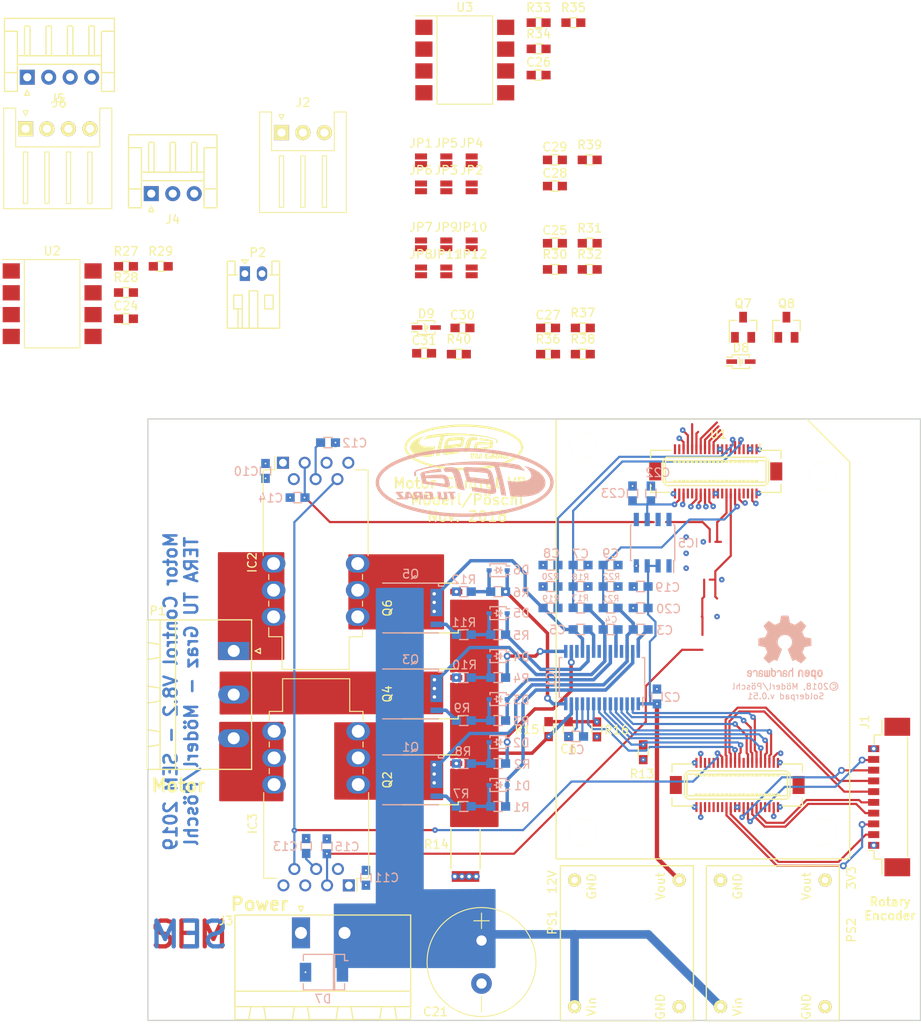
<source format=kicad_pcb>
(kicad_pcb (version 20171130) (host pcbnew 6.0.0-rc1-unknown-r14484-ed6c68a1)
  (layers (0 F.Cu signal) (1 In1.Cu signal hide) (2 In2.Cu signal hide) (31 B.Cu signal) (34 B.Paste user hide) (35 F.Paste user hide) (36 B.SilkS user) (37 F.SilkS user) (38 B.Mask user hide) (39 F.Mask user hide) (44 Edge.Cuts user))
  (net 0 "")
  (net 1 +12V)
  (net 2 GND)
  (net 3 +BATT)
  (net 4 "Net-(D6-Pad2)")
  (net 5 "Net-(Q4-Pad1)")
  (net 6 "Net-(Q3-Pad1)")
  (net 7 "Net-(Q1-Pad1)")
  (net 8 "Net-(D3-Pad2)")
  (net 9 "Net-(Q2-Pad1)")
  (net 10 "Net-(Q5-Pad1)")
  (net 11 "Net-(Q6-Pad1)")
  (net 12 /U)
  (net 13 /V)
  (net 14 "Net-(D4-Pad2)")
  (net 15 "Net-(D2-Pad2)")
  (net 16 "Net-(D5-Pad2)")
  (net 17 "Net-(C5-Pad1)")
  (net 18 "Net-(C4-Pad1)")
  (net 19 +3V3)
  (net 20 /current_u_amp)
  (net 21 /W)
  (net 22 "Net-(C13-Pad1)")
  (net 23 "Net-(U1-Pad4)")
  (net 24 "Net-(U1-Pad32)")
  (net 25 "Net-(U1-Pad37)")
  (net 26 "Net-(U1-Pad49)")
  (net 27 "Net-(U1-Pad55)")
  (net 28 "Net-(U1-Pad56)")
  (net 29 "Net-(U1-Pad57)")
  (net 30 "Net-(U1-Pad58)")
  (net 31 "Net-(U1-Pad63)")
  (net 32 "Net-(U1-Pad64)")
  (net 33 "Net-(U1-Pad65)")
  (net 34 "Net-(U1-Pad66)")
  (net 35 "Net-(U1-Pad67)")
  (net 36 "Net-(U1-Pad76)")
  (net 37 "Net-(U1-Pad77)")
  (net 38 "Net-(U1-Pad78)")
  (net 39 /voltage_w)
  (net 40 /voltage_u)
  (net 41 "/U/I sense/U_out")
  (net 42 /voltage_v)
  (net 43 /XMC4x00/rotary_DI)
  (net 44 /XMC4x00/rotary_CLK)
  (net 45 /XMC4x00/rotary_CSn)
  (net 46 /XMC4x00/MAGINC)
  (net 47 /XMC4x00/MAGDEC)
  (net 48 /XMC4x00/ENC_A)
  (net 49 /XMC4x00/ENC_B)
  (net 50 /LEM_standby)
  (net 51 "Net-(U1-Pad24)")
  (net 52 "Net-(U1-Pad25)")
  (net 53 "Net-(C17-Pad1)")
  (net 54 "Net-(C16-Pad1)")
  (net 55 "Net-(IC2-Pad5)")
  (net 56 "Net-(IC3-Pad5)")
  (net 57 "Net-(U1-Pad38)")
  (net 58 /XMC4x00/rotary_PDIO)
  (net 59 /VDDA)
  (net 60 "Net-(D1-Pad2)")
  (net 61 "Net-(C1-Pad1)")
  (net 62 "Net-(C12-Pad1)")
  (net 63 "Net-(C3-Pad1)")
  (net 64 /current_v_amp)
  (net 65 "/U/I sense/V_out")
  (net 66 "/Power Stage/I_trip")
  (net 67 "Net-(D1-Pad1)")
  (net 68 "Net-(D2-Pad1)")
  (net 69 "Net-(D3-Pad1)")
  (net 70 "Net-(D4-Pad1)")
  (net 71 "Net-(D5-Pad1)")
  (net 72 "Net-(D6-Pad1)")
  (net 73 "/Power Stage/u_high")
  (net 74 "/Power Stage/w_high")
  (net 75 "/Power Stage/v_high")
  (net 76 "/Power Stage/u_low")
  (net 77 "/Power Stage/w_low")
  (net 78 "/Power Stage/v_low")
  (net 79 "/Power Stage/~FAULT")
  (net 80 "/Power Stage/EN")
  (net 81 "/Power Stage/COM")
  (net 82 "Net-(J5-Pad2)")
  (net 83 /XMC4x00/Ext_GPIO_Output2)
  (net 84 "Net-(J5-Pad1)")
  (net 85 /XMC4x00/Ext_GPIO_Output1)
  (net 86 "/External GPIO/Accelerator_Weak")
  (net 87 "/External GPIO/Break_Front")
  (net 88 "/External GPIO/Accelerator_Strong")
  (net 89 "/External GPIO/Break_Back")
  (net 90 "/External GPIO/Analog2")
  (net 91 "/External GPIO/Analog1")
  (net 92 "/U/I sense/GND")
  (net 93 "/U/I sense/3V3")
  (net 94 "/External GPIO/Accelerator Strong/GND_EXT")
  (net 95 "Net-(C24-Pad1)")
  (net 96 "Net-(C25-Pad1)")
  (net 97 "/External GPIO/Break_Back/GND_EXT")
  (net 98 "Net-(C26-Pad1)")
  (net 99 "Net-(C27-Pad1)")
  (net 100 "/External GPIO/Filter1/IN")
  (net 101 "/External GPIO/Filter2/IN")
  (net 102 "Net-(IC2-Pad9)")
  (net 103 "Net-(IC2-Pad10)")
  (net 104 "Net-(IC2-Pad13)")
  (net 105 "Net-(IC2-Pad12)")
  (net 106 "Net-(IC3-Pad9)")
  (net 107 "Net-(IC3-Pad10)")
  (net 108 "Net-(IC3-Pad13)")
  (net 109 "Net-(IC3-Pad12)")
  (net 110 "/External GPIO/Accelerator Weak/Signal_EXT")
  (net 111 "/External GPIO/Accelerator Strong/Signal_EXT")
  (net 112 "/External GPIO/Break_Front/Signal_EXT")
  (net 113 "/External GPIO/Break_Back/Signal_EXT")
  (net 114 "Net-(P2-Pad2)")
  (net 115 "Net-(P2-Pad1)")
  (module tera_atomic_ic:Avago_ACPL-827-30CE (layer F.Cu) (at 136.915001 28.225001)
    (fp_text reference U3 (at 0 -6.14) (layer F.SilkS))
    (fp_text value ACPL-827-30CE)
    (pad 8 smd rect (at 4.765 -3.81) (size 2 1.78) (layers F.Cu F.Paste F.Mask) (net 87 "/External GPIO/Break_Front"))
    (pad 4 smd rect (at -4.765 3.81) (size 2 1.78) (layers F.Cu F.Paste F.Mask) (net 97 "/External GPIO/Break_Back/GND_EXT"))
    (pad 7 smd rect (at 4.765 -1.27) (size 2 1.78) (layers F.Cu F.Paste F.Mask) (net 2 GND))
    (pad 3 smd rect (at -4.765 1.27) (size 2 1.78) (layers F.Cu F.Paste F.Mask) (net 99 "Net-(C27-Pad1)"))
    (pad 6 smd rect (at 4.765 1.27) (size 2 1.78) (layers F.Cu F.Paste F.Mask) (net 89 "/External GPIO/Break_Back"))
    (pad 2 smd rect (at -4.765 -1.27) (size 2 1.78) (layers F.Cu F.Paste F.Mask) (net 97 "/External GPIO/Break_Back/GND_EXT"))
    (pad 5 smd rect (at 4.765 3.81) (size 2 1.78) (layers F.Cu F.Paste F.Mask) (net 2 GND))
    (pad 1 smd rect (at -4.765 -3.81) (size 2 1.78) (layers F.Cu F.Paste F.Mask) (net 98 "Net-(C26-Pad1)"))
  )
  (module tera_atomic_ic:Avago_ACPL-827-30CE (layer F.Cu) (at 88.845001 56.585001)
    (fp_text reference U2 (at 0 -6.14) (layer F.SilkS))
    (fp_text value ACPL-827-30CE)
    (pad 8 smd rect (at 4.765 -3.81) (size 2 1.78) (layers F.Cu F.Paste F.Mask) (net 86 "/External GPIO/Accelerator_Weak"))
    (pad 4 smd rect (at -4.765 3.81) (size 2 1.78) (layers F.Cu F.Paste F.Mask) (net 94 "/External GPIO/Accelerator Strong/GND_EXT"))
    (pad 7 smd rect (at 4.765 -1.27) (size 2 1.78) (layers F.Cu F.Paste F.Mask) (net 2 GND))
    (pad 3 smd rect (at -4.765 1.27) (size 2 1.78) (layers F.Cu F.Paste F.Mask) (net 96 "Net-(C25-Pad1)"))
    (pad 6 smd rect (at 4.765 1.27) (size 2 1.78) (layers F.Cu F.Paste F.Mask) (net 88 "/External GPIO/Accelerator_Strong"))
    (pad 2 smd rect (at -4.765 -1.27) (size 2 1.78) (layers F.Cu F.Paste F.Mask) (net 94 "/External GPIO/Accelerator Strong/GND_EXT"))
    (pad 5 smd rect (at 4.765 3.81) (size 2 1.78) (layers F.Cu F.Paste F.Mask) (net 2 GND))
    (pad 1 smd rect (at -4.765 -3.81) (size 2 1.78) (layers F.Cu F.Paste F.Mask) (net 95 "Net-(C24-Pad1)"))
  )
  (module tera_rlc:R_0603in (layer F.Cu) (at 136.225001 62.455001)
    (fp_text reference R40)
    (fp_text value ?)
    (fp_text user %R (at 0 -1.75) (layer F.SilkS))
    (pad 2 smd rect (at 0.865 0) (size 1.07 1) (layers F.Cu F.Paste F.Mask) (net 101 "/External GPIO/Filter2/IN"))
    (pad 1 smd rect (at -0.865 0) (size 1.07 1) (layers F.Cu F.Paste F.Mask) (net 90 "/External GPIO/Analog2"))
  )
  (module tera_rlc:R_0603in (layer F.Cu) (at 151.465001 39.845001)
    (fp_text reference R39)
    (fp_text value ?)
    (fp_text user %R (at 0 -1.75) (layer F.SilkS))
    (pad 2 smd rect (at 0.865 0) (size 1.07 1) (layers F.Cu F.Paste F.Mask) (net 100 "/External GPIO/Filter1/IN"))
    (pad 1 smd rect (at -0.865 0) (size 1.07 1) (layers F.Cu F.Paste F.Mask) (net 91 "/External GPIO/Analog1"))
  )
  (module tera_rlc:R_0603in (layer F.Cu) (at 150.665001 62.455001)
    (fp_text reference R38)
    (fp_text value 10k)
    (fp_text user %R (at 0 -1.75) (layer F.SilkS))
    (pad 2 smd rect (at 0.865 0) (size 1.07 1) (layers F.Cu F.Paste F.Mask) (net 89 "/External GPIO/Break_Back"))
    (pad 1 smd rect (at -0.865 0) (size 1.07 1) (layers F.Cu F.Paste F.Mask) (net 19 +3V3))
  )
  (module tera_rlc:R_0603in (layer F.Cu) (at 150.665001 59.405001)
    (fp_text reference R37)
    (fp_text value 10k)
    (fp_text user %R (at 0 -1.75) (layer F.SilkS))
    (pad 2 smd rect (at 0.865 0) (size 1.07 1) (layers F.Cu F.Paste F.Mask) (net 97 "/External GPIO/Break_Back/GND_EXT"))
    (pad 1 smd rect (at -0.865 0) (size 1.07 1) (layers F.Cu F.Paste F.Mask) (net 99 "Net-(C27-Pad1)"))
  )
  (module tera_rlc:R_0603in (layer F.Cu) (at 146.615001 62.455001)
    (fp_text reference R36)
    (fp_text value 1K)
    (fp_text user %R (at 0 -1.75) (layer F.SilkS))
    (pad 2 smd rect (at 0.865 0) (size 1.07 1) (layers F.Cu F.Paste F.Mask) (net 113 "/External GPIO/Break_Back/Signal_EXT"))
    (pad 1 smd rect (at -0.865 0) (size 1.07 1) (layers F.Cu F.Paste F.Mask) (net 99 "Net-(C27-Pad1)"))
  )
  (module tera_rlc:R_0603in (layer F.Cu) (at 149.565001 23.875001)
    (fp_text reference R35)
    (fp_text value 10k)
    (fp_text user %R (at 0 -1.75) (layer F.SilkS))
    (pad 2 smd rect (at 0.865 0) (size 1.07 1) (layers F.Cu F.Paste F.Mask) (net 87 "/External GPIO/Break_Front"))
    (pad 1 smd rect (at -0.865 0) (size 1.07 1) (layers F.Cu F.Paste F.Mask) (net 19 +3V3))
  )
  (module tera_rlc:R_0603in (layer F.Cu) (at 145.515001 26.925001)
    (fp_text reference R34)
    (fp_text value 10k)
    (fp_text user %R (at 0 -1.75) (layer F.SilkS))
    (pad 2 smd rect (at 0.865 0) (size 1.07 1) (layers F.Cu F.Paste F.Mask) (net 97 "/External GPIO/Break_Back/GND_EXT"))
    (pad 1 smd rect (at -0.865 0) (size 1.07 1) (layers F.Cu F.Paste F.Mask) (net 98 "Net-(C26-Pad1)"))
  )
  (module tera_rlc:R_0603in (layer F.Cu) (at 145.515001 23.875001)
    (fp_text reference R33)
    (fp_text value 1K)
    (fp_text user %R (at 0 -1.75) (layer F.SilkS))
    (pad 2 smd rect (at 0.865 0) (size 1.07 1) (layers F.Cu F.Paste F.Mask) (net 112 "/External GPIO/Break_Front/Signal_EXT"))
    (pad 1 smd rect (at -0.865 0) (size 1.07 1) (layers F.Cu F.Paste F.Mask) (net 98 "Net-(C26-Pad1)"))
  )
  (module tera_rlc:R_0603in (layer F.Cu) (at 151.465001 52.595001)
    (fp_text reference R32)
    (fp_text value 10k)
    (fp_text user %R (at 0 -1.75) (layer F.SilkS))
    (pad 2 smd rect (at 0.865 0) (size 1.07 1) (layers F.Cu F.Paste F.Mask) (net 88 "/External GPIO/Accelerator_Strong"))
    (pad 1 smd rect (at -0.865 0) (size 1.07 1) (layers F.Cu F.Paste F.Mask) (net 19 +3V3))
  )
  (module tera_rlc:R_0603in (layer F.Cu) (at 151.465001 49.545001)
    (fp_text reference R31)
    (fp_text value 10k)
    (fp_text user %R (at 0 -1.75) (layer F.SilkS))
    (pad 2 smd rect (at 0.865 0) (size 1.07 1) (layers F.Cu F.Paste F.Mask) (net 94 "/External GPIO/Accelerator Strong/GND_EXT"))
    (pad 1 smd rect (at -0.865 0) (size 1.07 1) (layers F.Cu F.Paste F.Mask) (net 96 "Net-(C25-Pad1)"))
  )
  (module tera_rlc:R_0603in (layer F.Cu) (at 147.415001 52.595001)
    (fp_text reference R30)
    (fp_text value 1K)
    (fp_text user %R (at 0 -1.75) (layer F.SilkS))
    (pad 2 smd rect (at 0.865 0) (size 1.07 1) (layers F.Cu F.Paste F.Mask) (net 111 "/External GPIO/Accelerator Strong/Signal_EXT"))
    (pad 1 smd rect (at -0.865 0) (size 1.07 1) (layers F.Cu F.Paste F.Mask) (net 96 "Net-(C25-Pad1)"))
  )
  (module tera_rlc:R_0603in (layer F.Cu) (at 101.495001 52.235001)
    (fp_text reference R29)
    (fp_text value 10k)
    (fp_text user %R (at 0 -1.75) (layer F.SilkS))
    (pad 2 smd rect (at 0.865 0) (size 1.07 1) (layers F.Cu F.Paste F.Mask) (net 86 "/External GPIO/Accelerator_Weak"))
    (pad 1 smd rect (at -0.865 0) (size 1.07 1) (layers F.Cu F.Paste F.Mask) (net 19 +3V3))
  )
  (module tera_rlc:R_0603in (layer F.Cu) (at 97.445001 55.285001)
    (fp_text reference R28)
    (fp_text value 10k)
    (fp_text user %R (at 0 -1.75) (layer F.SilkS))
    (pad 2 smd rect (at 0.865 0) (size 1.07 1) (layers F.Cu F.Paste F.Mask) (net 94 "/External GPIO/Accelerator Strong/GND_EXT"))
    (pad 1 smd rect (at -0.865 0) (size 1.07 1) (layers F.Cu F.Paste F.Mask) (net 95 "Net-(C24-Pad1)"))
  )
  (module tera_rlc:R_0603in (layer F.Cu) (at 97.445001 52.235001)
    (fp_text reference R27)
    (fp_text value 1K)
    (fp_text user %R (at 0 -1.75) (layer F.SilkS))
    (pad 2 smd rect (at 0.865 0) (size 1.07 1) (layers F.Cu F.Paste F.Mask) (net 110 "/External GPIO/Accelerator Weak/Signal_EXT"))
    (pad 1 smd rect (at -0.865 0) (size 1.07 1) (layers F.Cu F.Paste F.Mask) (net 95 "Net-(C24-Pad1)"))
  )
  (module tera_Connectors_JST:JST_PH_S2B-PH-K_02x2.00mm_Angled (layer F.Cu) (at 111.295001 53.085001)
    (fp_text reference P2)
    (fp_text value CAN_CON_2pol)
    (fp_text user %R (at 1.5 -2.45) (layer F.SilkS))
    (pad 2 thru_hole oval (at 2 0) (size 1.2 1.7) (drill 0.8) (layers *.Cu *.Mask) (net 114 "Net-(P2-Pad2)"))
    (pad 1 thru_hole rect (at 0 0) (size 1.2 1.7) (drill 0.8) (layers *.Cu *.Mask) (net 115 "Net-(P2-Pad1)"))
  )
  (module tera_general:SOLDERJUMPER_2 (layer F.Cu) (at 137.715001 52.825001)
    (fp_text reference JP12)
    (fp_text value SolderJumper_2_VerySmall)
    (fp_text user %R (at 0 -2) (layer F.SilkS))
    (pad 2 smd rect (at 0 0.45) (size 1.4 0.7) (layers F.Cu F.Mask) (net 108 "Net-(IC3-Pad13)"))
    (pad 1 smd rect (at 0 -0.45) (size 1.4 0.7) (layers F.Cu F.Mask) (net 109 "Net-(IC3-Pad12)"))
  )
  (module tera_general:SOLDERJUMPER_2 (layer F.Cu) (at 134.765001 52.825001)
    (fp_text reference JP11)
    (fp_text value SolderJumper_2_VerySmall)
    (fp_text user %R (at 0 -2) (layer F.SilkS))
    (pad 2 smd rect (at 0 0.45) (size 1.4 0.7) (layers F.Cu F.Mask) (net 109 "Net-(IC3-Pad12)"))
    (pad 1 smd rect (at 0 -0.45) (size 1.4 0.7) (layers F.Cu F.Mask) (net 41 "/U/I sense/U_out"))
  )
  (module tera_general:SOLDERJUMPER_2 (layer F.Cu) (at 137.715001 49.675001)
    (fp_text reference JP10)
    (fp_text value SolderJumper_2_VerySmall)
    (fp_text user %R (at 0 -2) (layer F.SilkS))
    (pad 2 smd rect (at 0 0.45) (size 1.4 0.7) (layers F.Cu F.Mask) (net 107 "Net-(IC3-Pad10)"))
    (pad 1 smd rect (at 0 -0.45) (size 1.4 0.7) (layers F.Cu F.Mask) (net 106 "Net-(IC3-Pad9)"))
  )
  (module tera_general:SOLDERJUMPER_2 (layer F.Cu) (at 134.765001 49.675001)
    (fp_text reference JP9)
    (fp_text value SolderJumper_2_VerySmall)
    (fp_text user %R (at 0 -2) (layer F.SilkS))
    (pad 2 smd rect (at 0 0.45) (size 1.4 0.7) (layers F.Cu F.Mask) (net 106 "Net-(IC3-Pad9)"))
    (pad 1 smd rect (at 0 -0.45) (size 1.4 0.7) (layers F.Cu F.Mask) (net 12 /U))
  )
  (module tera_general:SOLDERJUMPER_2 (layer F.Cu) (at 131.815001 52.825001)
    (fp_text reference JP8)
    (fp_text value SolderJumper_2_VerySmall)
    (fp_text user %R (at 0 -2) (layer F.SilkS))
    (pad 2 smd rect (at 0 0.45) (size 1.4 0.7) (layers F.Cu F.Mask) (net 109 "Net-(IC3-Pad12)"))
    (pad 1 smd rect (at 0 -0.45) (size 1.4 0.7) (layers F.Cu F.Mask) (net 107 "Net-(IC3-Pad10)"))
  )
  (module tera_general:SOLDERJUMPER_2 (layer F.Cu) (at 131.815001 49.675001)
    (fp_text reference JP7)
    (fp_text value SolderJumper_2_VerySmall)
    (fp_text user %R (at 0 -2) (layer F.SilkS))
    (pad 2 smd rect (at 0 0.45) (size 1.4 0.7) (layers F.Cu F.Mask) (net 108 "Net-(IC3-Pad13)"))
    (pad 1 smd rect (at 0 -0.45) (size 1.4 0.7) (layers F.Cu F.Mask) (net 106 "Net-(IC3-Pad9)"))
  )
  (module tera_general:SOLDERJUMPER_2 (layer F.Cu) (at 131.815001 43.045001)
    (fp_text reference JP6)
    (fp_text value SolderJumper_2_VerySmall)
    (fp_text user %R (at 0 -2) (layer F.SilkS))
    (pad 2 smd rect (at 0 0.45) (size 1.4 0.7) (layers F.Cu F.Mask) (net 104 "Net-(IC2-Pad13)"))
    (pad 1 smd rect (at 0 -0.45) (size 1.4 0.7) (layers F.Cu F.Mask) (net 105 "Net-(IC2-Pad12)"))
  )
  (module tera_general:SOLDERJUMPER_2 (layer F.Cu) (at 134.765001 39.895001)
    (fp_text reference JP5)
    (fp_text value SolderJumper_2_VerySmall)
    (fp_text user %R (at 0 -2) (layer F.SilkS))
    (pad 2 smd rect (at 0 0.45) (size 1.4 0.7) (layers F.Cu F.Mask) (net 105 "Net-(IC2-Pad12)"))
    (pad 1 smd rect (at 0 -0.45) (size 1.4 0.7) (layers F.Cu F.Mask) (net 65 "/U/I sense/V_out"))
  )
  (module tera_general:SOLDERJUMPER_2 (layer F.Cu) (at 137.715001 39.895001)
    (fp_text reference JP4)
    (fp_text value SolderJumper_2_VerySmall)
    (fp_text user %R (at 0 -2) (layer F.SilkS))
    (pad 2 smd rect (at 0 0.45) (size 1.4 0.7) (layers F.Cu F.Mask) (net 103 "Net-(IC2-Pad10)"))
    (pad 1 smd rect (at 0 -0.45) (size 1.4 0.7) (layers F.Cu F.Mask) (net 102 "Net-(IC2-Pad9)"))
  )
  (module tera_general:SOLDERJUMPER_2 (layer F.Cu) (at 134.765001 43.045001)
    (fp_text reference JP3)
    (fp_text value SolderJumper_2_VerySmall)
    (fp_text user %R (at 0 -2) (layer F.SilkS))
    (pad 2 smd rect (at 0 0.45) (size 1.4 0.7) (layers F.Cu F.Mask) (net 102 "Net-(IC2-Pad9)"))
    (pad 1 smd rect (at 0 -0.45) (size 1.4 0.7) (layers F.Cu F.Mask) (net 13 /V))
  )
  (module tera_general:SOLDERJUMPER_2 (layer F.Cu) (at 137.715001 43.045001)
    (fp_text reference JP2)
    (fp_text value SolderJumper_2_VerySmall)
    (fp_text user %R (at 0 -2) (layer F.SilkS))
    (pad 2 smd rect (at 0 0.45) (size 1.4 0.7) (layers F.Cu F.Mask) (net 105 "Net-(IC2-Pad12)"))
    (pad 1 smd rect (at 0 -0.45) (size 1.4 0.7) (layers F.Cu F.Mask) (net 103 "Net-(IC2-Pad10)"))
  )
  (module tera_general:SOLDERJUMPER_2 (layer F.Cu) (at 131.815001 39.895001)
    (fp_text reference JP1)
    (fp_text value SolderJumper_2_VerySmall)
    (fp_text user %R (at 0 -2) (layer F.SilkS))
    (pad 2 smd rect (at 0 0.45) (size 1.4 0.7) (layers F.Cu F.Mask) (net 104 "Net-(IC2-Pad13)"))
    (pad 1 smd rect (at 0 -0.45) (size 1.4 0.7) (layers F.Cu F.Mask) (net 102 "Net-(IC2-Pad9)"))
  )
  (module tera_Connectors_JST:JST_EH_S04B-EH_04x2.50mm_Angled (layer F.Cu) (at 85.945001 30.225001)
    (fp_text reference J6)
    (fp_text value Conn_01x04)
    (fp_text user %R (at 3.75 3) (layer F.SilkS))
    (pad 4 thru_hole circle (at 7.5 0) (size 1.75 1.75) (drill 0.95) (layers *.Cu *.Mask) (net 19 +3V3))
    (pad 3 thru_hole circle (at 5 0) (size 1.75 1.75) (drill 0.95) (layers *.Cu *.Mask) (net 100 "/External GPIO/Filter1/IN"))
    (pad 2 thru_hole circle (at 2.5 0) (size 1.75 1.75) (drill 0.95) (layers *.Cu *.Mask) (net 101 "/External GPIO/Filter2/IN"))
    (pad 1 thru_hole rect (at 0 0) (size 1.75 1.75) (drill 0.95) (layers *.Cu *.Mask) (net 2 GND))
  )
  (module tera_Connectors_JST:JST_XH_S04B-XH-A_04x2.50mm_Angled (layer F.Cu) (at 85.745001 36.225001)
    (fp_text reference J5)
    (fp_text value Conn_01x04)
    (fp_text user %R (at 3.75 -3.5) (layer F.SilkS))
    (pad 4 thru_hole circle (at 7.5 0) (size 1.75 1.75) (drill 0.95) (layers *.Cu *.Mask F.SilkS) (net 19 +3V3))
    (pad 3 thru_hole circle (at 5 0) (size 1.75 1.75) (drill 0.95) (layers *.Cu *.Mask F.SilkS) (net 1 +12V))
    (pad 2 thru_hole circle (at 2.5 0) (size 1.75 1.75) (drill 0.95) (layers *.Cu *.Mask F.SilkS) (net 82 "Net-(J5-Pad2)"))
    (pad 1 thru_hole rect (at 0 0) (size 1.75 1.75) (drill 0.95) (layers *.Cu *.Mask F.SilkS) (net 84 "Net-(J5-Pad1)"))
  )
  (module tera_Connectors_JST:JST_EH_S03B-EH_03x2.50mm_Angled (layer F.Cu) (at 100.395001 43.775001)
    (fp_text reference J4)
    (fp_text value Conn_01x03)
    (fp_text user %R (at 2.5 3) (layer F.SilkS))
    (pad 3 thru_hole circle (at 5 0) (size 1.75 1.75) (drill 0.95) (layers *.Cu *.Mask) (net 112 "/External GPIO/Break_Front/Signal_EXT"))
    (pad 2 thru_hole circle (at 2.5 0) (size 1.75 1.75) (drill 0.95) (layers *.Cu *.Mask) (net 113 "/External GPIO/Break_Back/Signal_EXT"))
    (pad 1 thru_hole rect (at 0 0) (size 1.75 1.75) (drill 0.95) (layers *.Cu *.Mask) (net 97 "/External GPIO/Break_Back/GND_EXT"))
  )
  (module tera_Connectors_JST:JST_XH_S03B-XH-A_03x2.50mm_Angled (layer F.Cu) (at 115.56 36.67)
    (fp_text reference J2)
    (fp_text value Conn_01x03)
    (fp_text user %R (at 2.5 -3.5) (layer F.SilkS))
    (pad 3 thru_hole circle (at 5 0) (size 1.75 1.75) (drill 0.95) (layers *.Cu *.Mask F.SilkS) (net 110 "/External GPIO/Accelerator Weak/Signal_EXT"))
    (pad 2 thru_hole circle (at 2.5 0) (size 1.75 1.75) (drill 0.95) (layers *.Cu *.Mask F.SilkS) (net 111 "/External GPIO/Accelerator Strong/Signal_EXT"))
    (pad 1 thru_hole rect (at 0 0) (size 1.75 1.75) (drill 0.95) (layers *.Cu *.Mask F.SilkS) (net 94 "/External GPIO/Accelerator Strong/GND_EXT"))
  )
  (module tera_diodes:uClamp3310D_tvs_3v3 (layer F.Cu) (at 132.425001 59.355001)
    (fp_text reference D9)
    (fp_text value uClamp3310D_tvs_3v3)
    (fp_text user %R (at 0 -1.6) (layer F.SilkS))
    (pad 2 smd rect (at 1.075 0) (size 1.25 0.53) (layers F.Cu F.Paste F.Mask) (net 2 GND))
    (pad 1 smd rect (at -1.075 0) (size 1.25 0.53) (layers F.Cu F.Paste F.Mask) (net 101 "/External GPIO/Filter2/IN"))
  )
  (module tera_rlc:C_0603in (layer F.Cu) (at 132.175001 62.355001)
    (fp_text reference C31)
    (fp_text value ?)
    (fp_text user %R (at 0 -1.5) (layer F.SilkS))
    (pad 2 smd rect (at 0.865 0) (size 1.07 1) (layers F.Cu F.Paste F.Mask) (net 2 GND))
    (pad 1 smd rect (at -0.865 0) (size 1.07 1) (layers F.Cu F.Paste F.Mask) (net 90 "/External GPIO/Analog2"))
  )
  (module tera_rlc:C_0603in (layer F.Cu) (at 136.645001 59.405001)
    (fp_text reference C30)
    (fp_text value ?)
    (fp_text user %R (at 0 -1.5) (layer F.SilkS))
    (pad 2 smd rect (at 0.865 0) (size 1.07 1) (layers F.Cu F.Paste F.Mask) (net 2 GND))
    (pad 1 smd rect (at -0.865 0) (size 1.07 1) (layers F.Cu F.Paste F.Mask) (net 101 "/External GPIO/Filter2/IN"))
  )
  (module tera_rlc:C_0603in (layer F.Cu) (at 147.415001 39.845001)
    (fp_text reference C29)
    (fp_text value ?)
    (fp_text user %R (at 0 -1.5) (layer F.SilkS))
    (pad 2 smd rect (at 0.865 0) (size 1.07 1) (layers F.Cu F.Paste F.Mask) (net 2 GND))
    (pad 1 smd rect (at -0.865 0) (size 1.07 1) (layers F.Cu F.Paste F.Mask) (net 91 "/External GPIO/Analog1"))
  )
  (module tera_rlc:C_0603in (layer F.Cu) (at 147.415001 42.895001)
    (fp_text reference C28)
    (fp_text value ?)
    (fp_text user %R (at 0 -1.5) (layer F.SilkS))
    (pad 2 smd rect (at 0.865 0) (size 1.07 1) (layers F.Cu F.Paste F.Mask) (net 2 GND))
    (pad 1 smd rect (at -0.865 0) (size 1.07 1) (layers F.Cu F.Paste F.Mask) (net 100 "/External GPIO/Filter1/IN"))
  )
  (module tera_rlc:C_0603in (layer F.Cu) (at 146.615001 59.405001)
    (fp_text reference C27)
    (fp_text value 100n)
    (fp_text user %R (at 0 -1.5) (layer F.SilkS))
    (pad 2 smd rect (at 0.865 0) (size 1.07 1) (layers F.Cu F.Paste F.Mask) (net 97 "/External GPIO/Break_Back/GND_EXT"))
    (pad 1 smd rect (at -0.865 0) (size 1.07 1) (layers F.Cu F.Paste F.Mask) (net 99 "Net-(C27-Pad1)"))
  )
  (module tera_rlc:C_0603in (layer F.Cu) (at 145.515001 29.975001)
    (fp_text reference C26)
    (fp_text value 100n)
    (fp_text user %R (at 0 -1.5) (layer F.SilkS))
    (pad 2 smd rect (at 0.865 0) (size 1.07 1) (layers F.Cu F.Paste F.Mask) (net 97 "/External GPIO/Break_Back/GND_EXT"))
    (pad 1 smd rect (at -0.865 0) (size 1.07 1) (layers F.Cu F.Paste F.Mask) (net 98 "Net-(C26-Pad1)"))
  )
  (module tera_rlc:C_0603in (layer F.Cu) (at 147.415001 49.545001)
    (fp_text reference C25)
    (fp_text value 100n)
    (fp_text user %R (at 0 -1.5) (layer F.SilkS))
    (pad 2 smd rect (at 0.865 0) (size 1.07 1) (layers F.Cu F.Paste F.Mask) (net 94 "/External GPIO/Accelerator Strong/GND_EXT"))
    (pad 1 smd rect (at -0.865 0) (size 1.07 1) (layers F.Cu F.Paste F.Mask) (net 96 "Net-(C25-Pad1)"))
  )
  (module tera_rlc:C_0603in (layer F.Cu) (at 97.445001 58.335001)
    (fp_text reference C24)
    (fp_text value 100n)
    (fp_text user %R (at 0 -1.5) (layer F.SilkS))
    (pad 2 smd rect (at 0.865 0) (size 1.07 1) (layers F.Cu F.Paste F.Mask) (net 94 "/External GPIO/Accelerator Strong/GND_EXT"))
    (pad 1 smd rect (at -0.865 0) (size 1.07 1) (layers F.Cu F.Paste F.Mask) (net 95 "Net-(C24-Pad1)"))
  )
  (module tera_atomic_infineon:BSS205N (layer F.Cu) (at 174.385001 59.325001)
    (fp_text reference Q8)
    (fp_text value BSS205N)
    (fp_text user %R (at 0 -2.75) (layer F.SilkS))
    (pad 3 smd rect (at 0 -1.175) (size 0.9 1.25) (layers F.Cu F.Paste F.Mask) (net 84 "Net-(J5-Pad1)"))
    (pad 2 smd rect (at 0.95 1.175) (size 0.9 1.25) (layers F.Cu F.Paste F.Mask) (net 2 GND))
    (pad 1 smd rect (at -0.95 1.175) (size 0.9 1.25) (layers F.Cu F.Paste F.Mask) (net 85 /XMC4x00/Ext_GPIO_Output1))
  )
  (module tera_atomic_infineon:BSS205N (layer F.Cu) (at 169.335001 59.325001)
    (fp_text reference Q7)
    (fp_text value BSS205N)
    (fp_text user %R (at 0 -2.75) (layer F.SilkS))
    (pad 3 smd rect (at 0 -1.175) (size 0.9 1.25) (layers F.Cu F.Paste F.Mask) (net 82 "Net-(J5-Pad2)"))
    (pad 2 smd rect (at 0.95 1.175) (size 0.9 1.25) (layers F.Cu F.Paste F.Mask) (net 2 GND))
    (pad 1 smd rect (at -0.95 1.175) (size 0.9 1.25) (layers F.Cu F.Paste F.Mask) (net 83 /XMC4x00/Ext_GPIO_Output2))
  )
  (module tera_diodes:uClamp3310D_tvs_3v3 (layer F.Cu) (at 169.085001 63.325001)
    (fp_text reference D8)
    (fp_text value uClamp3310D_tvs_3v3)
    (fp_text user %R (at 0 -1.6) (layer F.SilkS))
    (pad 2 smd rect (at 1.075 0) (size 1.25 0.53) (layers F.Cu F.Paste F.Mask) (net 2 GND))
    (pad 1 smd rect (at -1.075 0) (size 1.25 0.53) (layers F.Cu F.Paste F.Mask) (net 100 "/External GPIO/Filter1/IN"))
  )
  (module Boards_Tera:XMC4x00-board_v3-0 (layer F.Cu) (at 164.65 95.6 270)
    (fp_text reference U1)
    (fp_text value XMC4x00_board_v3)
    (fp_text user %R (at -23.825 -1.825) (layer F.SilkS))
    (pad "" np_thru_hole circle (at -19 -14 270) (size 3.2 3.2) (drill 3.2) (layers *.Cu *.Mask F.SilkS))
    (pad "" np_thru_hole circle (at 22.5 -14 270) (size 3.2 3.2) (drill 3.2) (layers *.Cu *.Mask F.SilkS))
    (pad "" np_thru_hole circle (at 22.5 14 270) (size 3.2 3.2) (drill 3.2) (layers *.Cu *.Mask F.SilkS))
    (pad "" np_thru_hole circle (at -22.5 14 270) (size 3.2 3.2) (drill 3.2) (layers *.Cu *.Mask F.SilkS))
    (pad 80 smd rect (at 19.575 -8.75 90) (size 1.15 0.25) (layers F.Cu F.Paste F.Mask) (net 2 GND))
    (pad 79 smd rect (at 19.575 -8.25 90) (size 1.15 0.25) (layers F.Cu F.Paste F.Mask) (net 19 +3V3))
    (pad 78 smd rect (at 19.575 -7.75 90) (size 1.15 0.25) (layers F.Cu F.Paste F.Mask) (net 38 "Net-(U1-Pad78)"))
    (pad 77 smd rect (at 19.575 -7.25 90) (size 1.15 0.25) (layers F.Cu F.Paste F.Mask) (net 37 "Net-(U1-Pad77)"))
    (pad 76 smd rect (at 19.575 -6.75 90) (size 1.15 0.25) (layers F.Cu F.Paste F.Mask) (net 36 "Net-(U1-Pad76)"))
    (pad 75 smd rect (at 19.575 -6.25 90) (size 1.15 0.25) (layers F.Cu F.Paste F.Mask) (net 45 /XMC4x00/rotary_CSn))
    (pad 74 smd rect (at 19.575 -5.75 90) (size 1.15 0.25) (layers F.Cu F.Paste F.Mask) (net 44 /XMC4x00/rotary_CLK))
    (pad 73 smd rect (at 19.575 -5.25 90) (size 1.15 0.25) (layers F.Cu F.Paste F.Mask) (net 49 /XMC4x00/ENC_B))
    (pad 72 smd rect (at 19.575 -4.75 90) (size 1.15 0.25) (layers F.Cu F.Paste F.Mask) (net 48 /XMC4x00/ENC_A))
    (pad 71 smd rect (at 19.575 -4.25 90) (size 1.15 0.25) (layers F.Cu F.Paste F.Mask) (net 2 GND))
    (pad 70 smd rect (at 19.575 -3.75 90) (size 1.15 0.25) (layers F.Cu F.Paste F.Mask) (net 2 GND))
    (pad 69 smd rect (at 19.575 -3.25 90) (size 1.15 0.25) (layers F.Cu F.Paste F.Mask) (net 58 /XMC4x00/rotary_PDIO))
    (pad 68 smd rect (at 19.575 -2.75 90) (size 1.15 0.25) (layers F.Cu F.Paste F.Mask) (net 43 /XMC4x00/rotary_DI))
    (pad 67 smd rect (at 19.575 -2.25 90) (size 1.15 0.25) (layers F.Cu F.Paste F.Mask) (net 35 "Net-(U1-Pad67)"))
    (pad 66 smd rect (at 19.575 -1.75 90) (size 1.15 0.25) (layers F.Cu F.Paste F.Mask) (net 34 "Net-(U1-Pad66)"))
    (pad 65 smd rect (at 19.575 -1.25 90) (size 1.15 0.25) (layers F.Cu F.Paste F.Mask) (net 33 "Net-(U1-Pad65)"))
    (pad 64 smd rect (at 19.575 -0.75 90) (size 1.15 0.25) (layers F.Cu F.Paste F.Mask) (net 32 "Net-(U1-Pad64)"))
    (pad 63 smd rect (at 19.575 -0.25 90) (size 1.15 0.25) (layers F.Cu F.Paste F.Mask) (net 31 "Net-(U1-Pad63)"))
    (pad 62 smd rect (at 19.575 0.25 90) (size 1.15 0.25) (layers F.Cu F.Paste F.Mask) (net 19 +3V3))
    (pad 61 smd rect (at 19.575 0.75 90) (size 1.15 0.25) (layers F.Cu F.Paste F.Mask) (net 2 GND))
    (pad 60 smd rect (at 14.425 0.75 90) (size 1.15 0.25) (layers F.Cu F.Paste F.Mask) (net 2 GND))
    (pad 59 smd rect (at 14.425 0.25 90) (size 1.15 0.25) (layers F.Cu F.Paste F.Mask) (net 19 +3V3))
    (pad 58 smd rect (at 14.425 -0.25 90) (size 1.15 0.25) (layers F.Cu F.Paste F.Mask) (net 30 "Net-(U1-Pad58)"))
    (pad 57 smd rect (at 14.425 -0.75 90) (size 1.15 0.25) (layers F.Cu F.Paste F.Mask) (net 29 "Net-(U1-Pad57)"))
    (pad 56 smd rect (at 14.425 -1.25 90) (size 1.15 0.25) (layers F.Cu F.Paste F.Mask) (net 28 "Net-(U1-Pad56)"))
    (pad 55 smd rect (at 14.425 -1.75 90) (size 1.15 0.25) (layers F.Cu F.Paste F.Mask) (net 27 "Net-(U1-Pad55)"))
    (pad 54 smd rect (at 14.425 -2.25 90) (size 1.15 0.25) (layers F.Cu F.Paste F.Mask) (net 50 /LEM_standby))
    (pad 53 smd rect (at 14.425 -2.75 90) (size 1.15 0.25) (layers F.Cu F.Paste F.Mask) (net 47 /XMC4x00/MAGDEC))
    (pad 52 smd rect (at 14.425 -3.25 90) (size 1.15 0.25) (layers F.Cu F.Paste F.Mask) (net 46 /XMC4x00/MAGINC))
    (pad 51 smd rect (at 14.425 -3.75 90) (size 1.15 0.25) (layers F.Cu F.Paste F.Mask) (net 80 "/Power Stage/EN"))
    (pad 50 smd rect (at 14.425 -4.25 90) (size 1.15 0.25) (layers F.Cu F.Paste F.Mask) (net 79 "/Power Stage/~FAULT"))
    (pad 49 smd rect (at 14.425 -4.75 90) (size 1.15 0.25) (layers F.Cu F.Paste F.Mask) (net 26 "Net-(U1-Pad49)"))
    (pad 48 smd rect (at 14.425 -5.25 90) (size 1.15 0.25) (layers F.Cu F.Paste F.Mask) (net 75 "/Power Stage/v_high"))
    (pad 47 smd rect (at 14.425 -5.75 90) (size 1.15 0.25) (layers F.Cu F.Paste F.Mask) (net 74 "/Power Stage/w_high"))
    (pad 46 smd rect (at 14.425 -6.25 90) (size 1.15 0.25) (layers F.Cu F.Paste F.Mask) (net 73 "/Power Stage/u_high"))
    (pad 45 smd rect (at 14.425 -6.75 90) (size 1.15 0.25) (layers F.Cu F.Paste F.Mask) (net 78 "/Power Stage/v_low"))
    (pad 44 smd rect (at 14.425 -7.25 90) (size 1.15 0.25) (layers F.Cu F.Paste F.Mask) (net 77 "/Power Stage/w_low"))
    (pad 43 smd rect (at 14.425 -7.75 90) (size 1.15 0.25) (layers F.Cu F.Paste F.Mask) (net 76 "/Power Stage/u_low"))
    (pad 42 smd rect (at 14.425 -8.25 90) (size 1.15 0.25) (layers F.Cu F.Paste F.Mask) (net 19 +3V3))
    (pad 41 smd rect (at 14.425 -8.75 90) (size 1.15 0.25) (layers F.Cu F.Paste F.Mask) (net 2 GND))
    (pad "" np_thru_hole circle (at 15.1 -10 90) (size 0.6 0.6) (drill 0.6) (layers *.Cu))
    (pad "" np_thru_hole circle (at 15.1 2 90) (size 0.6 0.6) (drill 0.6) (layers *.Cu))
    (pad "" smd rect (at 17 -11.15 90) (size 2.1 1.4) (layers F.Cu F.Paste F.Mask))
    (pad "" smd rect (at 17 3.15 90) (size 2.1 1.4) (layers F.Cu F.Paste F.Mask))
    (pad 40 smd rect (at -16.925 -6.25 270) (size 1.15 0.25) (layers F.Cu F.Paste F.Mask) (net 2 GND))
    (pad 39 smd rect (at -16.925 -5.75 270) (size 1.15 0.25) (layers F.Cu F.Paste F.Mask) (net 19 +3V3))
    (pad 38 smd rect (at -16.925 -5.25 270) (size 1.15 0.25) (layers F.Cu F.Paste F.Mask) (net 57 "Net-(U1-Pad38)"))
    (pad 37 smd rect (at -16.925 -4.75 270) (size 1.15 0.25) (layers F.Cu F.Paste F.Mask) (net 25 "Net-(U1-Pad37)"))
    (pad 36 smd rect (at -16.925 -4.25 270) (size 1.15 0.25) (layers F.Cu F.Paste F.Mask) (net 2 GND))
    (pad 35 smd rect (at -16.925 -3.75 270) (size 1.15 0.25) (layers F.Cu F.Paste F.Mask) (net 40 /voltage_u))
    (pad 34 smd rect (at -16.925 -3.25 270) (size 1.15 0.25) (layers F.Cu F.Paste F.Mask) (net 20 /current_u_amp))
    (pad 33 smd rect (at -16.925 -2.75 270) (size 1.15 0.25) (layers F.Cu F.Paste F.Mask) (net 64 /current_v_amp))
    (pad 32 smd rect (at -16.925 -2.25 270) (size 1.15 0.25) (layers F.Cu F.Paste F.Mask) (net 24 "Net-(U1-Pad32)"))
    (pad 31 smd rect (at -16.925 -1.75 270) (size 1.15 0.25) (layers F.Cu F.Paste F.Mask) (net 2 GND))
    (pad 29 smd rect (at -16.925 -0.75 270) (size 1.15 0.25) (layers F.Cu F.Paste F.Mask) (net 19 +3V3))
    (pad 28 smd rect (at -16.925 -0.25 270) (size 1.15 0.25) (layers F.Cu F.Paste F.Mask) (net 2 GND))
    (pad 27 smd rect (at -16.925 0.25 270) (size 1.15 0.25) (layers F.Cu F.Paste F.Mask) (net 19 +3V3))
    (pad 26 smd rect (at -16.925 0.75 270) (size 1.15 0.25) (layers F.Cu F.Paste F.Mask) (net 2 GND))
    (pad 25 smd rect (at -16.925 1.25 270) (size 1.15 0.25) (layers F.Cu F.Paste F.Mask) (net 52 "Net-(U1-Pad25)"))
    (pad 24 smd rect (at -16.925 1.75 270) (size 1.15 0.25) (layers F.Cu F.Paste F.Mask) (net 51 "Net-(U1-Pad24)"))
    (pad 23 smd rect (at -16.925 2.25 270) (size 1.15 0.25) (layers F.Cu F.Paste F.Mask) (net 2 GND))
    (pad 22 smd rect (at -16.925 2.75 270) (size 1.15 0.25) (layers F.Cu F.Paste F.Mask) (net 59 /VDDA))
    (pad 21 smd rect (at -16.925 3.25 270) (size 1.15 0.25) (layers F.Cu F.Paste F.Mask) (net 2 GND))
    (pad 20 smd rect (at -22.075 3.25 270) (size 1.15 0.25) (layers F.Cu F.Paste F.Mask) (net 114 "Net-(P2-Pad2)"))
    (pad 19 smd rect (at -22.075 2.75 270) (size 1.15 0.25) (layers F.Cu F.Paste F.Mask) (net 115 "Net-(P2-Pad1)"))
    (pad 18 smd rect (at -22.075 2.25 270) (size 1.15 0.25) (layers F.Cu F.Paste F.Mask) (net 2 GND))
    (pad 17 smd rect (at -22.075 1.75 270) (size 1.15 0.25) (layers F.Cu F.Paste F.Mask) (net 19 +3V3))
    (pad 16 smd rect (at -22.075 1.25 270) (size 1.15 0.25) (layers F.Cu F.Paste F.Mask) (net 85 /XMC4x00/Ext_GPIO_Output1))
    (pad 15 smd rect (at -22.075 0.75 270) (size 1.15 0.25) (layers F.Cu F.Paste F.Mask) (net 83 /XMC4x00/Ext_GPIO_Output2))
    (pad 14 smd rect (at -22.075 0.25 270) (size 1.15 0.25) (layers F.Cu F.Paste F.Mask) (net 86 "/External GPIO/Accelerator_Weak"))
    (pad 13 smd rect (at -22.075 -0.25 270) (size 1.15 0.25) (layers F.Cu F.Paste F.Mask) (net 87 "/External GPIO/Break_Front"))
    (pad 12 smd rect (at -22.075 -0.75 270) (size 1.15 0.25) (layers F.Cu F.Paste F.Mask) (net 88 "/External GPIO/Accelerator_Strong"))
    (pad 11 smd rect (at -22.075 -1.25 270) (size 1.15 0.25) (layers F.Cu F.Paste F.Mask) (net 89 "/External GPIO/Break_Back"))
    (pad 10 smd rect (at -22.075 -1.75 270) (size 1.15 0.25) (layers F.Cu F.Paste F.Mask) (net 2 GND))
    (pad 9 smd rect (at -22.075 -2.25 270) (size 1.15 0.25) (layers F.Cu F.Paste F.Mask) (net 2 GND))
    (pad 8 smd rect (at -22.075 -2.75 270) (size 1.15 0.25) (layers F.Cu F.Paste F.Mask) (net 90 "/External GPIO/Analog2"))
    (pad 7 smd rect (at -22.075 -3.25 270) (size 1.15 0.25) (layers F.Cu F.Paste F.Mask) (net 91 "/External GPIO/Analog1"))
    (pad 6 smd rect (at -22.075 -3.75 270) (size 1.15 0.25) (layers F.Cu F.Paste F.Mask) (net 42 /voltage_v))
    (pad 5 smd rect (at -22.075 -4.25 270) (size 1.15 0.25) (layers F.Cu F.Paste F.Mask) (net 39 /voltage_w))
    (pad 4 smd rect (at -22.075 -4.75 270) (size 1.15 0.25) (layers F.Cu F.Paste F.Mask) (net 23 "Net-(U1-Pad4)"))
    (pad 3 smd rect (at -22.075 -5.25 270) (size 1.15 0.25) (layers F.Cu F.Paste F.Mask) (net 19 +3V3))
    (pad 2 smd rect (at -22.075 -5.75 270) (size 1.15 0.25) (layers F.Cu F.Paste F.Mask) (net 19 +3V3))
    (pad "" np_thru_hole circle (at -17.6 4.5 270) (size 0.6 0.6) (drill 0.6) (layers *.Cu))
    (pad "" np_thru_hole circle (at -17.6 -7.5 270) (size 0.6 0.6) (drill 0.6) (layers *.Cu))
    (pad "" smd rect (at -19.5 5.55 270) (size 2.1 1.4) (layers F.Cu F.Paste F.Mask))
    (pad "" smd rect (at -19.5 -8.55 270) (size 2.1 1.4) (layers F.Cu F.Paste F.Mask))
    (pad 30 smd rect (at -16.925 -1.25 270) (size 1.15 0.25) (layers F.Cu F.Paste F.Mask) (net 2 GND))
    (pad 1 smd rect (at -22.075 -6.25 270) (size 1.15 0.25) (layers F.Cu F.Paste F.Mask) (net 2 GND))
  )
  (module tera_atomic_ic:HO_25-NP_SP33 (layer F.Cu) (at 119.6 112.55 90)
    (fp_text reference IC3 (at -4.55 -7.4 90) (layer F.SilkS))
    (fp_text value HO_25-NP/SP33)
    (pad 1 thru_hole rect (at -11.735 3.81 180) (size 1.4 1.4) (drill 0.9) (layers *.Cu *.Mask) (net 93 "/U/I sense/3V3"))
    (pad 7 thru_hole circle (at -11.735 -3.81 180) (size 1.4 1.4) (drill 0.9) (layers *.Cu *.Mask) (net 92 "/U/I sense/GND"))
    (pad 5 thru_hole circle (at -11.735 -1.27 180) (size 1.4 1.4) (drill 0.9) (layers *.Cu *.Mask) (net 56 "Net-(IC3-Pad5)"))
    (pad 3 thru_hole circle (at -11.735 1.27 180) (size 1.4 1.4) (drill 0.9) (layers *.Cu *.Mask) (net 64 /current_v_amp))
    (pad 2 thru_hole circle (at -9.83 2.54 180) (size 1.4 1.4) (drill 0.9) (layers *.Cu *.Mask) (net 92 "/U/I sense/GND"))
    (pad 6 thru_hole circle (at -9.83 -2.54 180) (size 1.4 1.4) (drill 0.9) (layers *.Cu *.Mask) (net 50 /LEM_standby))
    (pad 4 thru_hole circle (at -9.83 0 180) (size 1.4 1.4) (drill 0.9) (layers *.Cu *.Mask) (net 22 "Net-(C13-Pad1)"))
    (pad 9 thru_hole oval (at 3.1 -4.9 180) (size 2.75 2.1) (drill 1.5) (layers *.Cu *.Mask) (net 106 "Net-(IC3-Pad9)"))
    (pad 8 thru_hole oval (at 0 -4.9 180) (size 2.75 2.1) (drill 1.5) (layers *.Cu *.Mask) (net 12 /U))
    (pad 10 thru_hole oval (at 6.2 -4.9 180) (size 2.75 2.1) (drill 1.5) (layers *.Cu *.Mask) (net 107 "Net-(IC3-Pad10)"))
    (pad 11 thru_hole oval (at 6.2 4.9 180) (size 2.75 2.1) (drill 1.5) (layers *.Cu *.Mask) (net 41 "/U/I sense/U_out"))
    (pad 13 thru_hole oval (at 0 4.9 180) (size 2.75 2.1) (drill 1.5) (layers *.Cu *.Mask) (net 108 "Net-(IC3-Pad13)"))
    (pad 12 thru_hole oval (at 3.1 4.9 180) (size 2.75 2.1) (drill 1.5) (layers *.Cu *.Mask) (net 109 "Net-(IC3-Pad12)"))
  )
  (module tera_atomic_ic:HO_25-NP_SP33 (layer F.Cu) (at 119.54 86.83 270)
    (fp_text reference IC2 (at -0.13 7.39 270) (layer F.SilkS))
    (fp_text value HO_25-NP/SP33)
    (pad 1 thru_hole rect (at -11.735 3.81) (size 1.4 1.4) (drill 0.9) (layers *.Cu *.Mask) (net 93 "/U/I sense/3V3"))
    (pad 7 thru_hole circle (at -11.735 -3.81) (size 1.4 1.4) (drill 0.9) (layers *.Cu *.Mask) (net 92 "/U/I sense/GND"))
    (pad 5 thru_hole circle (at -11.735 -1.27) (size 1.4 1.4) (drill 0.9) (layers *.Cu *.Mask) (net 55 "Net-(IC2-Pad5)"))
    (pad 3 thru_hole circle (at -11.735 1.27) (size 1.4 1.4) (drill 0.9) (layers *.Cu *.Mask) (net 64 /current_v_amp))
    (pad 2 thru_hole circle (at -9.83 2.54) (size 1.4 1.4) (drill 0.9) (layers *.Cu *.Mask) (net 92 "/U/I sense/GND"))
    (pad 6 thru_hole circle (at -9.83 -2.54) (size 1.4 1.4) (drill 0.9) (layers *.Cu *.Mask) (net 50 /LEM_standby))
    (pad 4 thru_hole circle (at -9.83 0) (size 1.4 1.4) (drill 0.9) (layers *.Cu *.Mask) (net 62 "Net-(C12-Pad1)"))
    (pad 9 thru_hole oval (at 3.1 -4.9) (size 2.75 2.1) (drill 1.5) (layers *.Cu *.Mask) (net 102 "Net-(IC2-Pad9)"))
    (pad 8 thru_hole oval (at 0 -4.9) (size 2.75 2.1) (drill 1.5) (layers *.Cu *.Mask) (net 13 /V))
    (pad 10 thru_hole oval (at 6.2 -4.9) (size 2.75 2.1) (drill 1.5) (layers *.Cu *.Mask) (net 103 "Net-(IC2-Pad10)"))
    (pad 11 thru_hole oval (at 6.2 4.9) (size 2.75 2.1) (drill 1.5) (layers *.Cu *.Mask) (net 65 "/U/I sense/V_out"))
    (pad 13 thru_hole oval (at 0 4.9) (size 2.75 2.1) (drill 1.5) (layers *.Cu *.Mask) (net 104 "Net-(IC2-Pad13)"))
    (pad 12 thru_hole oval (at 3.1 4.9) (size 2.75 2.1) (drill 1.5) (layers *.Cu *.Mask) (net 105 "Net-(IC2-Pad12)"))
  )
  (module tera_Connectors_Molex:Molex_PicoBlade_53398-1071_10x1.25mm_Straight (layer F.Cu) (at 187.3 114 90)
    (fp_text reference J1)
    (fp_text value CONN_01X10)
    (fp_text user %R (at 8.725 -3.8 90) (layer F.SilkS))
    (pad 1 smd rect (at -5.625 -2.75 90) (size 0.8 1.3) (layers F.Cu F.Paste F.Mask) (net 2 GND))
    (pad 2 smd rect (at -4.375 -2.75 90) (size 0.8 1.3) (layers F.Cu F.Paste F.Mask) (net 58 /XMC4x00/rotary_PDIO))
    (pad 3 smd rect (at -3.125 -2.75 90) (size 0.8 1.3) (layers F.Cu F.Paste F.Mask) (net 43 /XMC4x00/rotary_DI))
    (pad 4 smd rect (at -1.875 -2.75 90) (size 0.8 1.3) (layers F.Cu F.Paste F.Mask) (net 44 /XMC4x00/rotary_CLK))
    (pad 5 smd rect (at -0.625 -2.75 90) (size 0.8 1.3) (layers F.Cu F.Paste F.Mask) (net 45 /XMC4x00/rotary_CSn))
    (pad 6 smd rect (at 0.625 -2.75 90) (size 0.8 1.3) (layers F.Cu F.Paste F.Mask) (net 46 /XMC4x00/MAGINC))
    (pad 7 smd rect (at 1.875 -2.75 90) (size 0.8 1.3) (layers F.Cu F.Paste F.Mask) (net 47 /XMC4x00/MAGDEC))
    (pad 8 smd rect (at 3.125 -2.75 90) (size 0.8 1.3) (layers F.Cu F.Paste F.Mask) (net 48 /XMC4x00/ENC_A))
    (pad 9 smd rect (at 4.375 -2.75 90) (size 0.8 1.3) (layers F.Cu F.Paste F.Mask) (net 49 /XMC4x00/ENC_B))
    (pad 10 smd rect (at 5.625 -2.75 90) (size 0.8 1.3) (layers F.Cu F.Paste F.Mask) (net 19 +3V3))
    (pad "" smd rect (at -8.175 0 90) (size 2.1 3) (layers F.Cu F.Paste F.Mask))
    (pad "" smd rect (at 8.175 0 90) (size 2.1 3) (layers F.Cu F.Paste F.Mask))
  )
  (module tera_rlc:C_0603in (layer B.Cu) (at 157.4 92 180)
    (fp_text reference C20)
    (fp_text value 2uF)
    (fp_text user %R (at -3.25 -0.1 180) (layer B.SilkS) (effects (justify mirror)))
    (pad 2 smd rect (at 0.865 0 180) (size 1.07 1) (layers B.Cu B.Paste B.Mask) (net 2 GND))
    (pad 1 smd rect (at -0.865 0 180) (size 1.07 1) (layers B.Cu B.Paste B.Mask) (net 1 +12V))
  )
  (module Symbols:OSHW-Logo2_9.8x8mm_SilkScreen (layer B.Cu) (at 174.2 96.6 180)
    (fp_text reference REF*** hide)
    (fp_text value OSHW-Logo2_9.8x8mm_SilkScreen hide)
  )
  (module tera_logos:TERA_Logo_SilkS_7.5x19mm (layer B.Cu) (at 136.9 77.4 180)
    (fp_text reference svg2mod hide)
    (fp_text value G*** hide)
  )
  (module tera_logos:TERA_Logo_SilkS_5x12.5mm (layer F.Cu) (at 136.8 73.3)
    (fp_text reference svg2mod hide)
    (fp_text value G*** hide)
  )
  (module tera_diodes:DO-214AA (layer B.Cu) (at 120.51 134.389 180)
    (fp_text reference D7)
    (fp_text value 58V)
    (fp_text user %R (at 0.11 -3.111 180) (layer B.SilkS) (effects (justify mirror)))
    (pad 2 smd rect (at 2.15 0 180) (size 1.34 2.2) (layers B.Cu B.Paste B.Mask) (net 2 GND))
    (pad 1 smd rect (at -2.15 0 180) (size 1.34 2.2) (layers B.Cu B.Paste B.Mask) (net 3 +BATT))
  )
  (module tera_Connectors_Phoenix:PhoenixContact_MSTB-GF_02x5.08mm_Angled_ThreadedFlange (layer F.Cu) (at 117.829 129.817)
    (fp_text reference J3)
    (fp_text value CONN_01X02)
    (fp_text user %R (at -8.729 -1.417) (layer F.SilkS))
    (pad 1 thru_hole rect (at 0 0) (size 2.1 3.6) (drill 1.4) (layers *.Cu *.Mask) (net 2 GND))
    (pad 2 thru_hole oval (at 5.08 0) (size 2.1 3.6) (drill 1.4) (layers *.Cu *.Mask) (net 3 +BATT))
  )
  (module tera_atomic_ic:LT1461ACS8 (layer B.Cu) (at 158.8 84.4 90)
    (fp_text reference IC5)
    (fp_text value LT1461ACS8-3.3)
    (fp_text user %R (at -0.05 4.147 180) (layer B.SilkS) (effects (justify mirror)))
    (pad 1 smd rect (at -2.7 1.905 90) (size 1.55 0.6) (layers B.Cu B.Paste B.Mask))
    (pad 2 smd rect (at -2.7 0.635 90) (size 1.55 0.6) (layers B.Cu B.Paste B.Mask) (net 1 +12V))
    (pad 3 smd rect (at -2.7 -0.635 90) (size 1.55 0.6) (layers B.Cu B.Paste B.Mask) (net 1 +12V))
    (pad 4 smd rect (at -2.7 -1.905 90) (size 1.55 0.6) (layers B.Cu B.Paste B.Mask) (net 2 GND))
    (pad 5 smd rect (at 2.7 -1.905 90) (size 1.55 0.6) (layers B.Cu B.Paste B.Mask))
    (pad 6 smd rect (at 2.7 -0.635 90) (size 1.55 0.6) (layers B.Cu B.Paste B.Mask) (net 59 /VDDA))
    (pad 7 smd rect (at 2.7 0.635 90) (size 1.55 0.6) (layers B.Cu B.Paste B.Mask))
    (pad 8 smd rect (at 2.7 1.905 90) (size 1.55 0.6) (layers B.Cu B.Paste B.Mask))
  )
  (module tera_rlc:C_0603in (layer B.Cu) (at 157.4 89.5 180)
    (fp_text reference C19)
    (fp_text value 100nF)
    (fp_text user %R (at -3.15 -0.1 180) (layer B.SilkS) (effects (justify mirror)))
    (pad 1 smd rect (at -0.865 0 180) (size 1.07 1) (layers B.Cu B.Paste B.Mask) (net 1 +12V))
    (pad 2 smd rect (at 0.865 0 180) (size 1.07 1) (layers B.Cu B.Paste B.Mask) (net 2 GND))
  )
  (module tera_rlc:C_0603in (layer B.Cu) (at 158.593 78.667 90)
    (fp_text reference C22)
    (fp_text value 1uF)
    (fp_text user %R (at 2.417 0.807 180) (layer B.SilkS) (effects (justify mirror)))
    (pad 2 smd rect (at 0.865 0 90) (size 1.07 1) (layers B.Cu B.Paste B.Mask) (net 2 GND))
    (pad 1 smd rect (at -0.865 0 90) (size 1.07 1) (layers B.Cu B.Paste B.Mask) (net 59 /VDDA))
  )
  (module tera_rlc:C_0603in (layer B.Cu) (at 156.457 78.667 90)
    (fp_text reference C23)
    (fp_text value 100nF)
    (fp_text user %R (at 0.017 -2.257 180) (layer B.SilkS) (effects (justify mirror)))
    (pad 1 smd rect (at -0.865 0 90) (size 1.07 1) (layers B.Cu B.Paste B.Mask) (net 59 /VDDA))
    (pad 2 smd rect (at 0.865 0 90) (size 1.07 1) (layers B.Cu B.Paste B.Mask) (net 2 GND))
  )
  (module tera_rlc:ElkoC-12.5x20mm (layer F.Cu) (at 138.862 130.706 270)
    (fp_text reference C21)
    (fp_text value 100u)
    (fp_text user %R (at 8.294 5.362) (layer F.SilkS))
    (pad 2 thru_hole circle (at 5 0 270) (size 2.4 2.4) (drill 1.2) (layers *.Cu *.Mask) (net 2 GND))
    (pad 1 thru_hole rect (at 0 0 270) (size 2.4 2.4) (drill 1.2) (layers *.Cu *.Mask) (net 3 +BATT))
  )
  (module Boards_Tera:DCDC_Stepdown_v3 (layer F.Cu) (at 149.7 138.4 90)
    (fp_text reference PS1)
    (fp_text value DCDC_Stepdown_v3)
    (fp_text user Vin (at 0 2 270) (layer F.SilkS))
    (fp_text user Vout (at 14 10 90) (layer F.SilkS))
    (fp_text user GND (at 14 2 90) (layer F.SilkS))
    (fp_text user GND (at 0 10 90) (layer F.SilkS))
    (fp_text user %R (at 9.8 -2.6 90) (layer F.SilkS))
    (pad 3 thru_hole circle (at 0 12.19 90) (size 1.524 1.524) (drill 0.762) (layers *.Cu *.Mask F.SilkS) (net 2 GND))
    (pad 2 thru_hole circle (at 14.73 12.19 90) (size 1.524 1.524) (drill 0.762) (layers *.Cu *.Mask F.SilkS) (net 1 +12V))
    (pad 4 thru_hole circle (at 14.73 0 90) (size 1.524 1.524) (drill 0.762) (layers *.Cu *.Mask F.SilkS) (net 2 GND))
    (pad 1 thru_hole circle (at 0 0 90) (size 1.524 1.524) (drill 0.762) (layers *.Cu *.Mask F.SilkS) (net 3 +BATT))
  )
  (module Boards_Tera:DCDC_Stepdown_v3 (layer F.Cu) (at 166.7 138.4 90)
    (fp_text reference PS2)
    (fp_text value DCDC_Stepdown_v3)
    (fp_text user Vin (at 0 2 270) (layer F.SilkS))
    (fp_text user Vout (at 14 10 90) (layer F.SilkS))
    (fp_text user GND (at 14 2 90) (layer F.SilkS))
    (fp_text user GND (at 0 10 90) (layer F.SilkS))
    (fp_text user %R (at 8.9 15.25 90) (layer F.SilkS))
    (pad 3 thru_hole circle (at 0 12.19 90) (size 1.524 1.524) (drill 0.762) (layers *.Cu *.Mask F.SilkS) (net 2 GND))
    (pad 2 thru_hole circle (at 14.73 12.19 90) (size 1.524 1.524) (drill 0.762) (layers *.Cu *.Mask F.SilkS) (net 19 +3V3))
    (pad 4 thru_hole circle (at 14.73 0 90) (size 1.524 1.524) (drill 0.762) (layers *.Cu *.Mask F.SilkS) (net 2 GND))
    (pad 1 thru_hole circle (at 0 0 90) (size 1.524 1.524) (drill 0.762) (layers *.Cu *.Mask F.SilkS) (net 3 +BATT))
  )
  (module infineon:INF-PG-TDSON-8 (layer B.Cu) (at 130.6 92 270)
    (fp_text reference Q5 (at -3.95 0) (layer B.SilkS) (effects (justify mirror)))
    (fp_text value BSC016N06NS)
    (pad 2 smd rect (at -0.635 -3.025 270) (size 3.19 1.4) (layers B.Cu B.Paste B.Mask) (net 13 /V))
    (pad 1 smd rect (at 1.905 -3.025 270) (size 0.65 1.4) (layers B.Cu B.Paste B.Mask) (net 10 "Net-(Q5-Pad1)"))
    (pad 3 smd rect (at 0 1.125 270) (size 4.7 5.2) (layers B.Cu B.Paste B.Mask) (net 3 +BATT))
  )
  (module infineon:INF-PG-TDSON-8 (layer F.Cu) (at 132.9 112 90)
    (fp_text reference Q2 (at 0 -5 90) (layer F.SilkS))
    (fp_text value BSC016N06NS)
    (pad 2 smd rect (at -0.635 3.025 90) (size 3.19 1.4) (layers F.Cu F.Paste F.Mask) (net 81 "/Power Stage/COM"))
    (pad 1 smd rect (at 1.905 3.025 90) (size 0.65 1.4) (layers F.Cu F.Paste F.Mask) (net 9 "Net-(Q2-Pad1)"))
    (pad 3 smd rect (at 0 -1.125 90) (size 4.7 5.2) (layers F.Cu F.Paste F.Mask) (net 12 /U))
  )
  (module infineon:INF-PG-TDSON-8 (layer F.Cu) (at 132.9 92 90)
    (fp_text reference Q6 (at 0 -5 90) (layer F.SilkS))
    (fp_text value BSC016N06NS)
    (pad 2 smd rect (at -0.635 3.025 90) (size 3.19 1.4) (layers F.Cu F.Paste F.Mask) (net 81 "/Power Stage/COM"))
    (pad 1 smd rect (at 1.905 3.025 90) (size 0.65 1.4) (layers F.Cu F.Paste F.Mask) (net 11 "Net-(Q6-Pad1)"))
    (pad 3 smd rect (at 0 -1.125 90) (size 4.7 5.2) (layers F.Cu F.Paste F.Mask) (net 13 /V))
  )
  (module infineon:INF-PG-TDSON-8 (layer F.Cu) (at 132.9 102 90)
    (fp_text reference Q4 (at 0 -5 90) (layer F.SilkS))
    (fp_text value BSC016N06NS)
    (pad 2 smd rect (at -0.635 3.025 90) (size 3.19 1.4) (layers F.Cu F.Paste F.Mask) (net 81 "/Power Stage/COM"))
    (pad 1 smd rect (at 1.905 3.025 90) (size 0.65 1.4) (layers F.Cu F.Paste F.Mask) (net 5 "Net-(Q4-Pad1)"))
    (pad 3 smd rect (at 0 -1.125 90) (size 4.7 5.2) (layers F.Cu F.Paste F.Mask) (net 21 /W))
  )
  (module infineon:INF-PG-TDSON-8 (layer B.Cu) (at 130.6 102 270)
    (fp_text reference Q3 (at -4 0) (layer B.SilkS) (effects (justify mirror)))
    (fp_text value BSC016N06NS)
    (pad 2 smd rect (at -0.635 -3.025 270) (size 3.19 1.4) (layers B.Cu B.Paste B.Mask) (net 21 /W))
    (pad 1 smd rect (at 1.905 -3.025 270) (size 0.65 1.4) (layers B.Cu B.Paste B.Mask) (net 6 "Net-(Q3-Pad1)"))
    (pad 3 smd rect (at 0 1.125 270) (size 4.7 5.2) (layers B.Cu B.Paste B.Mask) (net 3 +BATT))
  )
  (module infineon:INF-PG-TDSON-8 (layer B.Cu) (at 130.6 112 270)
    (fp_text reference Q1 (at -3.8 0) (layer B.SilkS) (effects (justify mirror)))
    (fp_text value BSC016N06NS)
    (pad 2 smd rect (at -0.635 -3.025 270) (size 3.19 1.4) (layers B.Cu B.Paste B.Mask) (net 12 /U))
    (pad 1 smd rect (at 1.905 -3.025 270) (size 0.65 1.4) (layers B.Cu B.Paste B.Mask) (net 7 "Net-(Q1-Pad1)"))
    (pad 3 smd rect (at 0 1.125 270) (size 4.7 5.2) (layers B.Cu B.Paste B.Mask) (net 3 +BATT))
  )
  (module tera_rlc:R_2512in (layer F.Cu) (at 137 120.05 270)
    (fp_text reference R14)
    (fp_text value 0R005)
    (fp_text user %R (at -0.55 3.4) (layer F.SilkS))
    (pad 1 smd rect (at -3.2 0 270) (size 1.25 3.2) (layers F.Cu F.Paste F.Mask) (net 81 "/Power Stage/COM"))
    (pad 2 smd rect (at 3.2 0 270) (size 1.25 3.2) (layers F.Cu F.Paste F.Mask) (net 2 GND))
  )
  (module tera_rlc:R_0603in (layer B.Cu) (at 136.8 110.1)
    (fp_text reference R8)
    (fp_text value 0R)
    (fp_text user %R (at -0.09 -1.4 180) (layer B.SilkS) (effects (justify mirror)))
    (pad 2 smd rect (at 0.865 0) (size 1.07 1) (layers B.Cu B.Paste B.Mask) (net 15 "Net-(D2-Pad2)"))
    (pad 1 smd rect (at -0.865 0) (size 1.07 1) (layers B.Cu B.Paste B.Mask) (net 9 "Net-(Q2-Pad1)"))
  )
  (module tera_Connectors_Phoenix:PhoenixContact_MSTBA-G_03x5.08mm_Angled (layer F.Cu) (at 110 97 270)
    (fp_text reference P1)
    (fp_text value CONN_01X03)
    (fp_text user %R (at -4.67 8.85) (layer F.SilkS))
    (pad 1 thru_hole rect (at 0 0 270) (size 2.1 3.6) (drill 1.4) (layers *.Cu *.Mask) (net 65 "/U/I sense/V_out"))
    (pad 2 thru_hole oval (at 5.08 0 270) (size 2.1 3.6) (drill 1.4) (layers *.Cu *.Mask) (net 21 /W))
    (pad 3 thru_hole oval (at 10.16 0 270) (size 2.1 3.6) (drill 1.4) (layers *.Cu *.Mask) (net 41 "/U/I sense/U_out"))
  )
  (module Mounting_Holes:MountingHole_3.2mm_M3 (layer F.Cu) (at 186 136)
    (fp_text reference "" (at 0 -4.2) (layer F.SilkS))
    (fp_text value MountingHole_3.2mm_M3)
    (pad 1 np_thru_hole circle (at 0 0) (size 3.2 3.2) (drill 3.2) (layers *.Cu *.Mask))
  )
  (module Mounting_Holes:MountingHole_3.2mm_M3 (layer F.Cu) (at 186 74)
    (fp_text reference "" (at 0 -4.2) (layer F.SilkS))
    (fp_text value MountingHole_3.2mm_M3 hide)
    (pad 1 np_thru_hole circle (at 0 0) (size 3.2 3.2) (drill 3.2) (layers *.Cu *.Mask))
  )
  (module Mounting_Holes:MountingHole_3.2mm_M3 (layer F.Cu) (at 104 74)
    (fp_text reference "" (at 0 -4.2) (layer F.SilkS))
    (fp_text value MountingHole_3.2mm_M3)
    (pad 1 np_thru_hole circle (at 0 0) (size 3.2 3.2) (drill 3.2) (layers *.Cu *.Mask))
  )
  (module Mounting_Holes:MountingHole_3.2mm_M3 (layer F.Cu) (at 104 136)
    (fp_text reference "" (at 0 -4.2) (layer F.SilkS))
    (fp_text value MountingHole_3.2mm_M3)
    (pad 1 np_thru_hole circle (at 0 0) (size 3.2 3.2) (drill 3.2) (layers *.Cu *.Mask))
  )
  (module tera_rlc:R_0603in (layer B.Cu) (at 146.9 89.5 180)
    (fp_text reference R20)
    (fp_text value 1k5)
    (fp_text user %R (at 0 1.15 180) (layer B.SilkS) (effects (font (size 0.7 0.7) (thickness 0.11)) (justify mirror)))
    (pad 2 smd rect (at 0.865 0 180) (size 1.07 1) (layers B.Cu B.Paste B.Mask) (net 92 "/U/I sense/GND"))
    (pad 1 smd rect (at -0.865 0 180) (size 1.07 1) (layers B.Cu B.Paste B.Mask) (net 42 /voltage_v))
  )
  (module tera_rlc:R_0603in (layer B.Cu) (at 146.9 92)
    (fp_text reference R19)
    (fp_text value 22k)
    (fp_text user %R (at 0.05 -1.1 180) (layer B.SilkS) (effects (font (size 0.7 0.7) (thickness 0.1)) (justify mirror)))
    (pad 1 smd rect (at -0.865 0) (size 1.07 1) (layers B.Cu B.Paste B.Mask) (net 13 /V))
    (pad 2 smd rect (at 0.865 0) (size 1.07 1) (layers B.Cu B.Paste B.Mask) (net 42 /voltage_v))
  )
  (module tera_rlc:C_0603in (layer B.Cu) (at 118.435 119.7 90)
    (fp_text reference C13)
    (fp_text value 47nF)
    (fp_text user %R (at -0.05 -2.435 180) (layer B.SilkS) (effects (justify mirror)))
    (pad 1 smd rect (at -0.865 0 90) (size 1.07 1) (layers B.Cu B.Paste B.Mask) (net 22 "Net-(C13-Pad1)"))
    (pad 2 smd rect (at 0.865 0 90) (size 1.07 1) (layers B.Cu B.Paste B.Mask) (net 92 "/U/I sense/GND"))
  )
  (module tera_rlc:R_0603in (layer F.Cu) (at 146.679238 106.102502 270)
    (fp_text reference R15)
    (fp_text value 3k3)
    (fp_text user %R (at 0.047498 2.529238 180) (layer F.SilkS))
    (pad 2 smd rect (at 0.865 0 270) (size 1.07 1) (layers F.Cu F.Paste F.Mask) (net 81 "/Power Stage/COM"))
    (pad 1 smd rect (at -0.875 0 270) (size 1.07 1) (layers F.Cu F.Paste F.Mask) (net 66 "/Power Stage/I_trip"))
  )
  (module tera_rlc:R_0603in (layer F.Cu) (at 157.7 108.785 270)
    (fp_text reference R13)
    (fp_text value 10k)
    (fp_text user %R (at 2.525 0.125) (layer F.SilkS))
    (pad 1 smd rect (at -0.865 0 270) (size 1.07 1) (layers F.Cu F.Paste F.Mask) (net 79 "/Power Stage/~FAULT"))
    (pad 2 smd rect (at 0.865 0 270) (size 1.07 1) (layers F.Cu F.Paste F.Mask) (net 19 +3V3))
  )
  (module tera_diodes:SOD-323 (layer B.Cu) (at 140.8 87.6 180)
    (fp_text reference D6)
    (fp_text value D)
    (fp_text user %R (at -2.7 0.025 180) (layer B.SilkS) (effects (justify mirror)))
    (pad 1 smd rect (at -1.055 0 180) (size 0.59 0.45) (layers B.Cu B.Paste B.Mask) (net 72 "Net-(D6-Pad1)"))
    (pad 2 smd rect (at 1.055 0 180) (size 0.59 0.45) (layers B.Cu B.Paste B.Mask) (net 4 "Net-(D6-Pad2)"))
  )
  (module tera_diodes:SOD-323 (layer B.Cu) (at 140.8 92.6 180)
    (fp_text reference D5)
    (fp_text value D)
    (fp_text user %R (at -2.7 0) (layer B.SilkS) (effects (justify mirror)))
    (pad 1 smd rect (at -1.055 0 180) (size 0.59 0.45) (layers B.Cu B.Paste B.Mask) (net 71 "Net-(D5-Pad1)"))
    (pad 2 smd rect (at 1.055 0 180) (size 0.59 0.45) (layers B.Cu B.Paste B.Mask) (net 16 "Net-(D5-Pad2)"))
  )
  (module tera_rlc:C_0603in (layer B.Cu) (at 117.435 79.15 180)
    (fp_text reference C14)
    (fp_text value 4.7nF)
    (fp_text user %R (at 3.135 -0.05 180) (layer B.SilkS) (effects (justify mirror)))
    (pad 2 smd rect (at 0.865 0 180) (size 1.07 1) (layers B.Cu B.Paste B.Mask) (net 92 "/U/I sense/GND"))
    (pad 1 smd rect (at -0.865 0 180) (size 1.07 1) (layers B.Cu B.Paste B.Mask) (net 64 /current_v_amp))
  )
  (module tera_rlc:C_0603in (layer B.Cu) (at 120.85 119.735 90)
    (fp_text reference C15)
    (fp_text value 4.7nF)
    (fp_text user %R (at -0.065 2.35) (layer B.SilkS) (effects (justify mirror)))
    (pad 1 smd rect (at -0.865 0 90) (size 1.07 1) (layers B.Cu B.Paste B.Mask) (net 64 /current_v_amp))
    (pad 2 smd rect (at 0.865 0 90) (size 1.07 1) (layers B.Cu B.Paste B.Mask) (net 92 "/U/I sense/GND"))
  )
  (module tera_rlc:C_0603in (layer B.Cu) (at 146.9 87 180)
    (fp_text reference C8)
    (fp_text value 100nF)
    (fp_text user %R (at -0.1 1.35) (layer B.SilkS) (effects (justify mirror)))
    (pad 1 smd rect (at -0.865 0 180) (size 1.07 1) (layers B.Cu B.Paste B.Mask) (net 42 /voltage_v))
    (pad 2 smd rect (at 0.865 0 180) (size 1.07 1) (layers B.Cu B.Paste B.Mask) (net 92 "/U/I sense/GND"))
  )
  (module tera_rlc:C_0603in (layer B.Cu) (at 150.4 87)
    (fp_text reference C7)
    (fp_text value 100nF)
    (fp_text user %R (at 0 -1.3) (layer B.SilkS) (effects (justify mirror)))
    (pad 2 smd rect (at 0.865 0) (size 1.07 1) (layers B.Cu B.Paste B.Mask) (net 92 "/U/I sense/GND"))
    (pad 1 smd rect (at -0.865 0) (size 1.07 1) (layers B.Cu B.Paste B.Mask) (net 39 /voltage_w))
  )
  (module tera_rlc:C_0603in (layer B.Cu) (at 153.9 87)
    (fp_text reference C9)
    (fp_text value 100nF)
    (fp_text user %R (at 0 -1.35 -180) (layer B.SilkS) (effects (justify mirror)))
    (pad 2 smd rect (at 0.865 0) (size 1.07 1) (layers B.Cu B.Paste B.Mask) (net 92 "/U/I sense/GND"))
    (pad 1 smd rect (at -0.865 0) (size 1.07 1) (layers B.Cu B.Paste B.Mask) (net 40 /voltage_u))
  )
  (module tera_rlc:R_0603in (layer B.Cu) (at 153.9 89.5)
    (fp_text reference R22)
    (fp_text value 1k5)
    (fp_text user %R (at 0.1 -1.15) (layer B.SilkS) (effects (font (size 0.7 0.7) (thickness 0.1)) (justify mirror)))
    (pad 2 smd rect (at 0.865 0) (size 1.07 1) (layers B.Cu B.Paste B.Mask) (net 92 "/U/I sense/GND"))
    (pad 1 smd rect (at -0.865 0) (size 1.07 1) (layers B.Cu B.Paste B.Mask) (net 40 /voltage_u))
  )
  (module tera_rlc:R_0603in (layer B.Cu) (at 150.4 92 180)
    (fp_text reference R17)
    (fp_text value 22k)
    (fp_text user %R (at 0.05 1.15 180) (layer B.SilkS) (effects (font (size 0.7 0.7) (thickness 0.1)) (justify mirror)))
    (pad 2 smd rect (at 0.865 0.025 180) (size 1.07 1) (layers B.Cu B.Paste B.Mask) (net 39 /voltage_w))
    (pad 1 smd rect (at -0.865 0 180) (size 1.07 1) (layers B.Cu B.Paste B.Mask) (net 21 /W))
  )
  (module tera_rlc:R_0603in (layer B.Cu) (at 150.4 89.5)
    (fp_text reference R18)
    (fp_text value 1k5)
    (fp_text user %R (at 0 -1.1) (layer B.SilkS) (effects (font (size 0.7 0.7) (thickness 0.1)) (justify mirror)))
    (pad 1 smd rect (at -0.865 0) (size 1.07 1) (layers B.Cu B.Paste B.Mask) (net 39 /voltage_w))
    (pad 2 smd rect (at 0.865 0) (size 1.07 1) (layers B.Cu B.Paste B.Mask) (net 92 "/U/I sense/GND"))
  )
  (module tera_rlc:R_0603in (layer B.Cu) (at 153.9 92 180)
    (fp_text reference R21)
    (fp_text value 22k)
    (fp_text user %R (at 0 1.1 180) (layer B.SilkS) (effects (font (size 0.7 0.7) (thickness 0.1)) (justify mirror)))
    (pad 2 smd rect (at 0.865 0 180) (size 1.07 1) (layers B.Cu B.Paste B.Mask) (net 40 /voltage_u))
    (pad 1 smd rect (at -0.865 0 180) (size 1.07 1) (layers B.Cu B.Paste B.Mask) (net 12 /U))
  )
  (module tera_rlc:C_0603in (layer B.Cu) (at 120.985 72.75)
    (fp_text reference C12)
    (fp_text value 47nF)
    (fp_text user %R (at 3.115 0.05 180) (layer B.SilkS) (effects (justify mirror)))
    (pad 2 smd rect (at 0.865 0) (size 1.07 1) (layers B.Cu B.Paste B.Mask) (net 92 "/U/I sense/GND"))
    (pad 1 smd rect (at -0.865 0) (size 1.07 1) (layers B.Cu B.Paste B.Mask) (net 62 "Net-(C12-Pad1)"))
  )
  (module tera_rlc:R_0603in (layer B.Cu) (at 140.8 95.1 180)
    (fp_text reference R5)
    (fp_text value 180R)
    (fp_text user %R (at -2.7 -0.1 180) (layer B.SilkS) (effects (justify mirror)))
    (pad 2 smd rect (at 0.865 0 180) (size 1.07 1) (layers B.Cu B.Paste B.Mask) (net 10 "Net-(Q5-Pad1)"))
    (pad 1 smd rect (at -0.865 0 180) (size 1.07 1) (layers B.Cu B.Paste B.Mask) (net 71 "Net-(D5-Pad1)"))
  )
  (module tera_rlc:R_0603in (layer B.Cu) (at 140.8 90.1 180)
    (fp_text reference R6)
    (fp_text value 20R)
    (fp_text user %R (at -2.7 -0.1 180) (layer B.SilkS) (effects (justify mirror)))
    (pad 2 smd rect (at 0.865 0 180) (size 1.07 1) (layers B.Cu B.Paste B.Mask) (net 11 "Net-(Q6-Pad1)"))
    (pad 1 smd rect (at -0.865 0 180) (size 1.07 1) (layers B.Cu B.Paste B.Mask) (net 72 "Net-(D6-Pad1)"))
  )
  (module tera_rlc:R_0603in (layer B.Cu) (at 136.8 115.1)
    (fp_text reference R7)
    (fp_text value 18R)
    (fp_text user %R (at -0.31 -1.475) (layer B.SilkS) (effects (justify mirror)))
    (pad 2 smd rect (at 0.865 -0.015) (size 1.07 1) (layers B.Cu B.Paste B.Mask) (net 60 "Net-(D1-Pad2)"))
    (pad 1 smd rect (at -0.865 0) (size 1.07 1) (layers B.Cu B.Paste B.Mask) (net 7 "Net-(Q1-Pad1)"))
  )
  (module tera_rlc:R_0603in (layer B.Cu) (at 136.8 105.1)
    (fp_text reference R9)
    (fp_text value 18R)
    (fp_text user %R (at -0.21 -1.45) (layer B.SilkS) (effects (justify mirror)))
    (pad 1 smd rect (at -0.865 0) (size 1.07 1) (layers B.Cu B.Paste B.Mask) (net 6 "Net-(Q3-Pad1)"))
    (pad 2 smd rect (at 0.865 0) (size 1.07 1) (layers B.Cu B.Paste B.Mask) (net 8 "Net-(D3-Pad2)"))
  )
  (module tera_rlc:R_0603in (layer B.Cu) (at 136.8 100.1)
    (fp_text reference R10)
    (fp_text value 0R)
    (fp_text user %R (at 0.09 -1.475 180) (layer B.SilkS) (effects (justify mirror)))
    (pad 2 smd rect (at 0.865 0) (size 1.07 1) (layers B.Cu B.Paste B.Mask) (net 14 "Net-(D4-Pad2)"))
    (pad 1 smd rect (at -0.865 0) (size 1.07 1) (layers B.Cu B.Paste B.Mask) (net 5 "Net-(Q4-Pad1)"))
  )
  (module tera_rlc:R_0603in (layer B.Cu) (at 136.8 90.1)
    (fp_text reference R12)
    (fp_text value 0R)
    (fp_text user %R (at 0 -1.4) (layer B.SilkS) (effects (justify mirror)))
    (pad 2 smd rect (at 0.865 0) (size 1.07 1) (layers B.Cu B.Paste B.Mask) (net 4 "Net-(D6-Pad2)"))
    (pad 1 smd rect (at -0.865 0) (size 1.07 1) (layers B.Cu B.Paste B.Mask) (net 11 "Net-(Q6-Pad1)"))
  )
  (module tera_rlc:R_0603in (layer B.Cu) (at 136.8 95.1)
    (fp_text reference R11)
    (fp_text value 18R)
    (fp_text user %R (at 0 -1.4) (layer B.SilkS) (effects (justify mirror)))
    (pad 2 smd rect (at 0.865 0) (size 1.07 1) (layers B.Cu B.Paste B.Mask) (net 16 "Net-(D5-Pad2)"))
    (pad 1 smd rect (at -0.865 0) (size 1.07 1) (layers B.Cu B.Paste B.Mask) (net 10 "Net-(Q5-Pad1)"))
  )
  (module tera_rlc:R_0603in (layer B.Cu) (at 140.8 105.1 180)
    (fp_text reference R3)
    (fp_text value 180R)
    (fp_text user %R (at -2.7 -0.1) (layer B.SilkS) (effects (justify mirror)))
    (pad 1 smd rect (at -0.865 0 180) (size 1.07 1) (layers B.Cu B.Paste B.Mask) (net 69 "Net-(D3-Pad1)"))
    (pad 2 smd rect (at 0.865 0 180) (size 1.07 1) (layers B.Cu B.Paste B.Mask) (net 6 "Net-(Q3-Pad1)"))
  )
  (module tera_rlc:R_0603in (layer B.Cu) (at 140.8 100.1 180)
    (fp_text reference R4)
    (fp_text value 20R)
    (fp_text user %R (at -2.7 -0.1) (layer B.SilkS) (effects (justify mirror)))
    (pad 2 smd rect (at 0.865 0 180) (size 1.07 1) (layers B.Cu B.Paste B.Mask) (net 5 "Net-(Q4-Pad1)"))
    (pad 1 smd rect (at -0.865 0 180) (size 1.07 1) (layers B.Cu B.Paste B.Mask) (net 70 "Net-(D4-Pad1)"))
  )
  (module tera_atomic_ic:6EDL04N02PR (layer B.Cu) (at 152.9 100.1 90)
    (fp_text reference IC1 (at 0 -5.95 270) (layer B.SilkS) (effects (justify mirror)))
    (fp_text value 6EDL04N02PR_multiUnit)
    (pad 1 smd rect (at -3.05 4.225 90) (size 1.5 0.4) (layers B.Cu B.Paste B.Mask) (net 1 +12V))
    (pad 2 smd rect (at -3.05 3.575 90) (size 1.5 0.4) (layers B.Cu B.Paste B.Mask) (net 73 "/Power Stage/u_high"))
    (pad 3 smd rect (at -3.05 2.925 90) (size 1.5 0.4) (layers B.Cu B.Paste B.Mask) (net 74 "/Power Stage/w_high"))
    (pad 4 smd rect (at -3.05 2.275 90) (size 1.5 0.4) (layers B.Cu B.Paste B.Mask) (net 75 "/Power Stage/v_high"))
    (pad 5 smd rect (at -3.05 1.625 90) (size 1.5 0.4) (layers B.Cu B.Paste B.Mask) (net 76 "/Power Stage/u_low"))
    (pad 6 smd rect (at -3.05 0.975 90) (size 1.5 0.4) (layers B.Cu B.Paste B.Mask) (net 77 "/Power Stage/w_low"))
    (pad 7 smd rect (at -3.05 0.325 90) (size 1.5 0.4) (layers B.Cu B.Paste B.Mask) (net 78 "/Power Stage/v_low"))
    (pad 8 smd rect (at -3.05 -0.325 90) (size 1.5 0.4) (layers B.Cu B.Paste B.Mask) (net 79 "/Power Stage/~FAULT"))
    (pad 9 smd rect (at -3.05 -0.975 90) (size 1.5 0.4) (layers B.Cu B.Paste B.Mask) (net 66 "/Power Stage/I_trip"))
    (pad 10 smd rect (at -3.05 -1.625 90) (size 1.5 0.4) (layers B.Cu B.Paste B.Mask) (net 80 "/Power Stage/EN"))
    (pad 11 smd rect (at -3.05 -2.275 90) (size 1.5 0.4) (layers B.Cu B.Paste B.Mask) (net 61 "Net-(C1-Pad1)"))
    (pad 12 smd rect (at -3.05 -2.925 90) (size 1.5 0.4) (layers B.Cu B.Paste B.Mask) (net 2 GND))
    (pad 13 smd rect (at -3.05 -3.575 90) (size 1.5 0.4) (layers B.Cu B.Paste B.Mask) (net 81 "/Power Stage/COM"))
    (pad 14 smd rect (at -3.05 -4.225 90) (size 1.5 0.4) (layers B.Cu B.Paste B.Mask) (net 72 "Net-(D6-Pad1)"))
    (pad 28 smd rect (at 3.05 4.225 90) (size 1.5 0.4) (layers B.Cu B.Paste B.Mask) (net 63 "Net-(C3-Pad1)"))
    (pad 27 smd rect (at 3.05 3.575 90) (size 1.5 0.4) (layers B.Cu B.Paste B.Mask) (net 67 "Net-(D1-Pad1)"))
    (pad 26 smd rect (at 3.05 2.925 90) (size 1.5 0.4) (layers B.Cu B.Paste B.Mask) (net 12 /U))
    (pad 25 smd rect (at 3.05 2.275 90) (size 1.5 0.4) (layers B.Cu B.Paste B.Mask))
    (pad 24 smd rect (at 3.05 1.625 90) (size 1.5 0.4) (layers B.Cu B.Paste B.Mask) (net 18 "Net-(C4-Pad1)"))
    (pad 23 smd rect (at 3.05 0.975 90) (size 1.5 0.4) (layers B.Cu B.Paste B.Mask) (net 69 "Net-(D3-Pad1)"))
    (pad 22 smd rect (at 3.05 0.325 90) (size 1.5 0.4) (layers B.Cu B.Paste B.Mask) (net 21 /W))
    (pad 21 smd rect (at 3.05 -0.325 90) (size 1.5 0.4) (layers B.Cu B.Paste B.Mask))
    (pad 20 smd rect (at 3.05 -0.975 90) (size 1.5 0.4) (layers B.Cu B.Paste B.Mask) (net 17 "Net-(C5-Pad1)"))
    (pad 19 smd rect (at 3.05 -1.625 90) (size 1.5 0.4) (layers B.Cu B.Paste B.Mask) (net 71 "Net-(D5-Pad1)"))
    (pad 18 smd rect (at 3.05 -2.275 90) (size 1.5 0.4) (layers B.Cu B.Paste B.Mask) (net 13 /V))
    (pad 17 smd rect (at 3.05 -2.925 90) (size 1.5 0.4) (layers B.Cu B.Paste B.Mask))
    (pad 16 smd rect (at 3.05 -3.575 90) (size 1.5 0.4) (layers B.Cu B.Paste B.Mask) (net 68 "Net-(D2-Pad1)"))
    (pad 15 smd rect (at 3.05 -4.225 90) (size 1.5 0.4) (layers B.Cu B.Paste B.Mask) (net 70 "Net-(D4-Pad1)"))
  )
  (module tera_rlc:C_0603in (layer B.Cu) (at 149.885 106.95 180)
    (fp_text reference C1)
    (fp_text value 4.7nF)
    (fp_text user %R (at 0 -1.55 180) (layer B.SilkS) (effects (justify mirror)))
    (pad 1 smd rect (at -0.865 0 180) (size 1.07 1) (layers B.Cu B.Paste B.Mask) (net 61 "Net-(C1-Pad1)"))
    (pad 2 smd rect (at 0.865 0 180) (size 1.07 1) (layers B.Cu B.Paste B.Mask) (net 2 GND))
  )
  (module tera_rlc:C_0603in (layer B.Cu) (at 159.3 102.3 90)
    (fp_text reference C2)
    (fp_text value 10uF)
    (fp_text user %R (at -0.1 1.775) (layer B.SilkS) (effects (justify mirror)))
    (pad 2 smd rect (at 0.865 0 90) (size 1.07 1) (layers B.Cu B.Paste B.Mask) (net 2 GND))
    (pad 1 smd rect (at -0.865 0 90) (size 1.07 1) (layers B.Cu B.Paste B.Mask) (net 1 +12V))
  )
  (module tera_rlc:R_0603in (layer B.Cu) (at 140.8 115.1 180)
    (fp_text reference R1)
    (fp_text value 180R)
    (fp_text user %R (at -2.7 -0.1 180) (layer B.SilkS) (effects (justify mirror)))
    (pad 1 smd rect (at -0.865 0 180) (size 1.07 1) (layers B.Cu B.Paste B.Mask) (net 67 "Net-(D1-Pad1)"))
    (pad 2 smd rect (at 0.865 0 180) (size 1.07 1) (layers B.Cu B.Paste B.Mask) (net 7 "Net-(Q1-Pad1)"))
  )
  (module tera_rlc:R_0603in (layer B.Cu) (at 140.8 110.1 180)
    (fp_text reference R2)
    (fp_text value 20R)
    (fp_text user %R (at -2.8 -0.1) (layer B.SilkS) (effects (justify mirror)))
    (pad 2 smd rect (at 0.865 0 180) (size 1.07 1) (layers B.Cu B.Paste B.Mask) (net 9 "Net-(Q2-Pad1)"))
    (pad 1 smd rect (at -0.865 0 180) (size 1.07 1) (layers B.Cu B.Paste B.Mask) (net 68 "Net-(D2-Pad1)"))
  )
  (module tera_rlc:R_0603in (layer F.Cu) (at 152.3 106.135 90)
    (fp_text reference R16)
    (fp_text value 23k)
    (fp_text user %R (at -0.065 2.3 180) (layer F.SilkS))
    (pad 2 smd rect (at 0.865 0 90) (size 1.07 1) (layers F.Cu F.Paste F.Mask) (net 66 "/Power Stage/I_trip"))
    (pad 1 smd rect (at -0.865 0 90) (size 1.07 1) (layers F.Cu F.Paste F.Mask) (net 19 +3V3))
  )
  (module tera_rlc:C_0603in (layer B.Cu) (at 125.4 123.4 90)
    (fp_text reference C11)
    (fp_text value 47nF)
    (fp_text user %R (at 0 2.4) (layer B.SilkS) (effects (justify mirror)))
    (pad 2 smd rect (at 0.865 0 90) (size 1.07 1) (layers B.Cu B.Paste B.Mask) (net 92 "/U/I sense/GND"))
    (pad 1 smd rect (at -0.865 0 90) (size 1.07 1) (layers B.Cu B.Paste B.Mask) (net 93 "/U/I sense/3V3"))
  )
  (module tera_rlc:C_0603in (layer B.Cu) (at 113.7 76.05 270)
    (fp_text reference C10)
    (fp_text value 47nF)
    (fp_text user %R (at 0.05 2.25) (layer B.SilkS) (effects (justify mirror)))
    (pad 1 smd rect (at -0.865 0 270) (size 1.07 1) (layers B.Cu B.Paste B.Mask) (net 93 "/U/I sense/3V3"))
    (pad 2 smd rect (at 0.865 0 270) (size 1.07 1) (layers B.Cu B.Paste B.Mask) (net 92 "/U/I sense/GND"))
  )
  (module tera_rlc:C_0603in (layer F.Cu) (at 149 106.1 270)
    (fp_text reference C6)
    (fp_text value 10nF)
    (fp_text user %R (at 2.3 0) (layer F.SilkS))
    (pad 1 smd rect (at -0.865 0 270) (size 1.07 1) (layers F.Cu F.Paste F.Mask) (net 66 "/Power Stage/I_trip"))
    (pad 2 smd rect (at 0.865 0 270) (size 1.07 1) (layers F.Cu F.Paste F.Mask) (net 2 GND))
  )
  (module tera_rlc:C_0603in (layer B.Cu) (at 157.4 94.5 180)
    (fp_text reference C3)
    (fp_text value 330nF)
    (fp_text user %R (at -2.8 -0.1 180) (layer B.SilkS) (effects (justify mirror)))
    (pad 2 smd rect (at 0.865 0 180) (size 1.07 1) (layers B.Cu B.Paste B.Mask) (net 12 /U))
    (pad 1 smd rect (at -0.865 0 180) (size 1.07 1) (layers B.Cu B.Paste B.Mask) (net 63 "Net-(C3-Pad1)"))
  )
  (module tera_diodes:SOD-323 (layer B.Cu) (at 140.8 97.6 180)
    (fp_text reference D4)
    (fp_text value D)
    (fp_text user %R (at -2.7 -0.1) (layer B.SilkS) (effects (justify mirror)))
    (pad 2 smd rect (at 1.055 0 180) (size 0.59 0.45) (layers B.Cu B.Paste B.Mask) (net 14 "Net-(D4-Pad2)"))
    (pad 1 smd rect (at -1.055 0 180) (size 0.59 0.45) (layers B.Cu B.Paste B.Mask) (net 70 "Net-(D4-Pad1)"))
  )
  (module tera_diodes:SOD-323 (layer B.Cu) (at 140.8 102.6 180)
    (fp_text reference D3)
    (fp_text value D)
    (fp_text user %R (at -2.7 -0.1 180) (layer B.SilkS) (effects (justify mirror)))
    (pad 1 smd rect (at -1.055 0 180) (size 0.59 0.45) (layers B.Cu B.Paste B.Mask) (net 69 "Net-(D3-Pad1)"))
    (pad 2 smd rect (at 1.055 0 180) (size 0.59 0.45) (layers B.Cu B.Paste B.Mask) (net 8 "Net-(D3-Pad2)"))
  )
  (module tera_diodes:SOD-323 (layer B.Cu) (at 140.8 112.6 180)
    (fp_text reference D1)
    (fp_text value D)
    (fp_text user %R (at -2.8 -0.1 180) (layer B.SilkS) (effects (justify mirror)))
    (pad 2 smd rect (at 1.055 0 180) (size 0.59 0.45) (layers B.Cu B.Paste B.Mask) (net 60 "Net-(D1-Pad2)"))
    (pad 1 smd rect (at -1.055 0 180) (size 0.59 0.45) (layers B.Cu B.Paste B.Mask) (net 67 "Net-(D1-Pad1)"))
  )
  (module tera_diodes:SOD-323 (layer B.Cu) (at 140.8 107.6 180)
    (fp_text reference D2)
    (fp_text value D)
    (fp_text user %R (at -2.7 -0.1) (layer B.SilkS) (effects (justify mirror)))
    (pad 1 smd rect (at -1.055 0 180) (size 0.59 0.45) (layers B.Cu B.Paste B.Mask) (net 68 "Net-(D2-Pad1)"))
    (pad 2 smd rect (at 1.055 0 180) (size 0.59 0.45) (layers B.Cu B.Paste B.Mask) (net 15 "Net-(D2-Pad2)"))
  )
  (module tera_rlc:C_0603in (layer B.Cu) (at 153.9 94.5 180)
    (fp_text reference C4)
    (fp_text value 330nF)
    (fp_text user %R (at -0.05 1.15 180) (layer B.SilkS) (effects (font (size 0.7 0.77) (thickness 0.1)) (justify mirror)))
    (pad 1 smd rect (at -0.865 0 180) (size 1.07 1) (layers B.Cu B.Paste B.Mask) (net 18 "Net-(C4-Pad1)"))
    (pad 2 smd rect (at 0.865 0 180) (size 1.07 1) (layers B.Cu B.Paste B.Mask) (net 21 /W))
  )
  (module tera_rlc:C_0603in (layer B.Cu) (at 150.4 94.5 180)
    (fp_text reference C5)
    (fp_text value 330nF)
    (fp_text user %R (at 2.7 -0.05) (layer B.SilkS) (effects (justify mirror)))
    (pad 2 smd rect (at 0.865 0 180) (size 1.07 1) (layers B.Cu B.Paste B.Mask) (net 13 /V))
    (pad 1 smd rect (at -0.865 0 180) (size 1.07 1) (layers B.Cu B.Paste B.Mask) (net 17 "Net-(C5-Pad1)"))
  )
  (gr_text SEM (at 104.84 130.02) (layer F.Cu) (effects (font (size 3 3) (thickness 0.5))))
  (gr_text SEM (at 104.79 130.02) (layer B.Cu) (effects (font (size 3 3) (thickness 0.5)) (justify mirror)))
  (gr_text "©2018, Möderl/Pöschl\nSolderpad v.0.51" (at 174.3 101.7) (layer B.SilkS) (effects (font (size 0.7 0.7) (thickness 0.1)) (justify mirror)))
  (gr_text "Motor Control V8.2\nMöderl/Pöschl\nNov. 2018" (at 137.2 79.4) (layer F.SilkS) (effects (font (size 1.2 1.2) (thickness 0.2))))
  (gr_text 12V (at 147.1 123.9 90) (layer F.SilkS) (effects (font (size 1 1))))
  (gr_text 3V3 (at 181.95 123.4 90) (layer F.SilkS) (effects (font (size 1 1))))
  (gr_text "Rotary\nEncoder" (at 186.45 127) (layer F.SilkS) (effects (font (size 1 1) (thickness 0.2))))
  (gr_text Power (at 113 126.45) (layer F.SilkS) (effects (font (size 1.5 1.5) (thickness 0.3))))
  (gr_text Motor (at 103.55 112.65) (layer F.SilkS) (effects (font (size 1.5 1.5) (thickness 0.3))))
  (gr_text "Motor Control V8.2 - SEM 2019\nTERA TU Graz - Möderl/Pöschl" (at 103.85 101.7 90) (layer B.Cu) (effects (font (size 1.5 1.5) (thickness 0.3)) (justify mirror)))
  (gr_line (start 190 140) (end 100 140) (layer Edge.Cuts) (width 0.15))
  (gr_line (start 190 70) (end 190 140) (layer Edge.Cuts) (width 0.15))
  (gr_line (start 100 70) (end 190 70) (layer Edge.Cuts) (width 0.15))
  (gr_line (start 100 140) (end 100 70) (layer Edge.Cuts) (width 0.15))
  (segment (start 158.5 103.15) (end 158.5 102.255002) (width 0.25) (layer B.Cu) (net 1))
  (segment (start 158.5 102.255002) (end 158.474999 102.230001) (width 0.25) (layer B.Cu) (net 1))
  (segment (start 158.474999 102.230001) (end 158.474999 95.910003) (width 0.25) (layer B.Cu) (net 1))
  (segment (start 158.474999 95.910003) (end 159.125001 95.260001) (width 0.25) (layer B.Cu) (net 1))
  (segment (start 159.125001 95.260001) (end 159.125001 93.610001) (width 0.25) (layer B.Cu) (net 1))
  (segment (start 159.125001 93.610001) (end 158.265 92.75) (width 0.25) (layer B.Cu) (net 1))
  (segment (start 158.265 92.75) (end 158.265 92) (width 0.25) (layer B.Cu) (net 1))
  (segment (start 159.435 87.1) (end 158.165 87.1) (width 0.25) (layer B.Cu) (net 1))
  (segment (start 158.265 89.5) (end 158.265 87.2) (width 0.25) (layer B.Cu) (net 1))
  (segment (start 158.265 87.2) (end 158.165 87.1) (width 0.25) (layer B.Cu) (net 1))
  (segment (start 158.265 89.5) (end 158.265 90.25) (width 0.25) (layer B.Cu) (net 1))
  (segment (start 158.265 90.25) (end 158.265 92) (width 0.25) (layer B.Cu) (net 1))
  (segment (start 159.3 103.165) (end 159.3 103.203001) (width 1) (layer B.Cu) (net 1))
  (via (at 159.3 103.165) (size 0.65) (drill 0.2) (layers F.Cu B.Cu) (net 1))
  (segment (start 157.125 103.15) (end 158.5 103.15) (width 0.4) (layer B.Cu) (net 1))
  (segment (start 158.5 103.15) (end 159.285 103.15) (width 0.4) (layer B.Cu) (net 1))
  (segment (start 159.3 103.165) (end 159.3 121.08) (width 0.5) (layer F.Cu) (net 1))
  (segment (start 159.285 103.15) (end 159.3 103.165) (width 0.4) (layer B.Cu) (net 1))
  (segment (start 159.3 121.08) (end 161.89 123.67) (width 0.5) (layer F.Cu) (net 1))
  (via (at 138.25 123.25) (size 0.8) (drill 0.4) (layers F.Cu B.Cu) (net 2))
  (via (at 135.75 123.25) (size 0.8) (drill 0.4) (layers F.Cu B.Cu) (net 2))
  (via (at 156.535 92) (size 0.65) (drill 0.2) (layers F.Cu B.Cu) (net 2))
  (via (at 156.65 89.65) (size 0.65) (drill 0.2) (layers F.Cu B.Cu) (net 2))
  (via (at 146 89.5) (size 0.65) (drill 0.2) (layers F.Cu B.Cu) (net 92))
  (via (at 146.05 87) (size 0.65) (drill 0.2) (layers F.Cu B.Cu) (net 92))
  (via (at 151.265 89.5) (size 0.65) (drill 0.2) (layers F.Cu B.Cu) (net 92))
  (via (at 151.265 87) (size 0.65) (drill 0.2) (layers F.Cu B.Cu) (net 92))
  (via (at 154.765 89.5) (size 0.65) (drill 0.2) (layers F.Cu B.Cu) (net 92))
  (via (at 154.765 87) (size 0.65) (drill 0.2) (layers F.Cu B.Cu) (net 92))
  (via (at 156.9 87.1) (size 0.65) (drill 0.2) (layers F.Cu B.Cu) (net 2))
  (via (at 118.36 134.389) (size 0.65) (drill 0.2) (layers F.Cu B.Cu) (net 2))
  (via (at 149.02 106.95) (size 0.65) (drill 0.2) (layers F.Cu B.Cu) (net 2))
  (via (at 159.3 101.435) (size 0.65) (drill 0.2) (layers F.Cu B.Cu) (net 2))
  (via (at 113.7 76.915) (size 0.65) (drill 0.2) (layers F.Cu B.Cu) (net 92))
  (segment (start 121.85 72.75) (end 121.85 72.788) (width 1) (layer B.Cu) (net 92))
  (via (at 121.85 72.75) (size 0.65) (drill 0.2) (layers F.Cu B.Cu) (net 92))
  (via (at 118.435 118.835) (size 0.65) (drill 0.2) (layers F.Cu B.Cu) (net 92))
  (via (at 120.85 118.87) (size 0.65) (drill 0.2) (layers F.Cu B.Cu) (net 92))
  (via (at 125.4 122.535) (size 0.65) (drill 0.2) (layers F.Cu B.Cu) (net 92))
  (via (at 116.57 79.15) (size 0.65) (drill 0.2) (layers F.Cu B.Cu) (net 92))
  (segment (start 168.9 78.675) (end 168.9 79.370557) (width 0.25) (layer F.Cu) (net 2))
  (segment (start 168.9 79.370557) (end 169.302936 79.773493) (width 0.25) (layer F.Cu) (net 2))
  (segment (start 169.302936 79.773493) (end 169.56478 79.773493) (width 0.25) (layer F.Cu) (net 2))
  (via (at 169.56478 79.773493) (size 0.65) (drill 0.2) (layers F.Cu B.Cu) (net 2))
  (via (at 166.3 93) (size 0.65) (drill 0.2) (layers F.Cu B.Cu) (net 2))
  (via (at 156.457 77.799) (size 0.65) (drill 0.2) (layers F.Cu B.Cu) (net 2))
  (via (at 158.593 77.802) (size 0.65) (drill 0.2) (layers F.Cu B.Cu) (net 2))
  (segment (start 164.8 84.3) (end 164.699998 84.3) (width 0.25) (layer F.Cu) (net 2))
  (via (at 164.699998 84.3) (size 0.65) (drill 0.2) (layers F.Cu B.Cu) (net 2))
  (via (at 162.7 85.635) (size 0.65) (drill 0.2) (layers F.Cu B.Cu) (net 2))
  (via (at 162.7 83.75) (size 0.65) (drill 0.2) (layers F.Cu B.Cu) (net 2))
  (via (at 161.2 78.7) (size 0.65) (drill 0.2) (layers F.Cu B.Cu) (net 2))
  (segment (start 162.4 78.675) (end 162.4 79.85) (width 0.25) (layer F.Cu) (net 2))
  (via (at 162.3 79.95) (size 0.65) (drill 0.2) (layers F.Cu B.Cu) (net 2))
  (segment (start 162.4 79.85) (end 162.3 79.95) (width 0.25) (layer F.Cu) (net 2))
  (segment (start 161.4 78.675) (end 161.225 78.675) (width 0.25) (layer F.Cu) (net 2))
  (segment (start 161.225 78.675) (end 161.2 78.7) (width 0.25) (layer F.Cu) (net 2))
  (segment (start 164.9 80.1) (end 165 80.2) (width 0.25) (layer F.Cu) (net 2))
  (segment (start 164.9 78.675) (end 164.9 80.1) (width 0.25) (layer F.Cu) (net 2))
  (via (at 165 80.2) (size 0.65) (drill 0.2) (layers F.Cu B.Cu) (net 2))
  (segment (start 163.9 78.675) (end 163.9 79.363589) (width 0.25) (layer F.Cu) (net 2))
  (segment (start 163.9 79.363589) (end 163.25 80.013589) (width 0.25) (layer F.Cu) (net 2))
  (segment (start 163.25 80.013589) (end 163.25 80.199998) (width 0.25) (layer F.Cu) (net 2))
  (segment (start 163.25 80.199998) (end 163.249998 80.2) (width 0.25) (layer F.Cu) (net 2))
  (via (at 163.249998 80.2) (size 0.65) (drill 0.2) (layers F.Cu B.Cu) (net 2))
  (segment (start 161.95 72.25) (end 161.9 72.25) (width 0.25) (layer F.Cu) (net 2))
  (segment (start 162.4 72.7) (end 161.95 72.25) (width 0.25) (layer F.Cu) (net 2))
  (segment (start 162.4 73.525) (end 162.4 72.7) (width 0.25) (layer F.Cu) (net 2))
  (via (at 161.9 72.25) (size 0.65) (drill 0.2) (layers F.Cu B.Cu) (net 2))
  (segment (start 171.174998 73.525) (end 171.199998 73.55) (width 0.25) (layer F.Cu) (net 2))
  (segment (start 170.9 73.525) (end 171.174998 73.525) (width 0.25) (layer F.Cu) (net 2))
  (via (at 171.199998 73.55) (size 0.65) (drill 0.2) (layers F.Cu B.Cu) (net 2))
  (via (at 166.65 73.525) (size 0.65) (drill 0.2) (layers F.Cu B.Cu) (net 2))
  (via (at 166.15 78.675) (size 0.65) (drill 0.2) (layers F.Cu B.Cu) (net 2))
  (segment (start 170.9 78.675) (end 171.125 78.675) (width 0.25) (layer F.Cu) (net 2))
  (segment (start 171.125 78.675) (end 171.15 78.65) (width 0.25) (layer F.Cu) (net 2))
  (via (at 171.15 78.65) (size 0.65) (drill 0.2) (layers F.Cu B.Cu) (net 2))
  (via (at 168.65 115.175) (size 0.65) (drill 0.2) (layers F.Cu B.Cu) (net 2))
  (via (at 163.675 115.175) (size 0.65) (drill 0.2) (layers F.Cu B.Cu) (net 2))
  (via (at 163.675 110.025) (size 0.65) (drill 0.2) (layers F.Cu B.Cu) (net 2))
  (segment (start 173.4 110.025) (end 173.625 110.025) (width 0.25) (layer F.Cu) (net 2))
  (segment (start 173.625 110.025) (end 173.65 110) (width 0.25) (layer F.Cu) (net 2))
  (via (at 173.65 110) (size 0.65) (drill 0.2) (layers F.Cu B.Cu) (net 2))
  (segment (start 173.4 115.175) (end 173.625 115.175) (width 0.25) (layer F.Cu) (net 2))
  (segment (start 173.625 115.175) (end 173.65 115.15) (width 0.25) (layer F.Cu) (net 2))
  (via (at 173.65 115.15) (size 0.65) (drill 0.2) (layers F.Cu B.Cu) (net 2))
  (segment (start 149.975 103.15) (end 149.975 105.924996) (width 0.25) (layer B.Cu) (net 2))
  (segment (start 149.975 105.924996) (end 148.999996 106.9) (width 0.25) (layer B.Cu) (net 2))
  (segment (start 166.65 73.525) (end 166.4 73.525) (width 0.25) (layer F.Cu) (net 2))
  (segment (start 166.9 73.525) (end 166.65 73.525) (width 0.25) (layer F.Cu) (net 2))
  (segment (start 166.15 78.675) (end 165.9 78.675) (width 0.25) (layer F.Cu) (net 2))
  (segment (start 166.4 78.675) (end 166.15 78.675) (width 0.25) (layer F.Cu) (net 2))
  (segment (start 163.9 115.175) (end 163.675 115.175) (width 0.25) (layer F.Cu) (net 2))
  (segment (start 163.675 115.175) (end 163.65 115.2) (width 0.25) (layer F.Cu) (net 2))
  (segment (start 168.65 115.175) (end 168.4 115.175) (width 0.25) (layer F.Cu) (net 2))
  (segment (start 168.9 115.175) (end 168.65 115.175) (width 0.25) (layer F.Cu) (net 2))
  (segment (start 163.9 110.025) (end 163.675 110.025) (width 0.25) (layer F.Cu) (net 2))
  (segment (start 163.675 110.025) (end 163.65 110.05) (width 0.25) (layer F.Cu) (net 2))
  (via (at 184.55 119.625) (size 0.8) (drill 0.4) (layers F.Cu B.Cu) (net 2))
  (via (at 137.416666 123.25) (size 0.8) (drill 0.4) (layers F.Cu B.Cu) (net 2))
  (via (at 136.583333 123.25) (size 0.8) (drill 0.4) (layers F.Cu B.Cu) (net 2))
  (segment (start 122.66 134.389) (end 122.66 130.066) (width 1) (layer B.Cu) (net 3))
  (segment (start 122.66 130.066) (end 122.909 129.817) (width 1) (layer B.Cu) (net 3))
  (segment (start 138.862 130.706) (end 138.879529 130.706) (width 1) (layer B.Cu) (net 3))
  (segment (start 138.879529 130.706) (end 139.598529 129.987) (width 1) (layer B.Cu) (net 3))
  (segment (start 139.598529 129.987) (end 149.7 129.987) (width 1) (layer B.Cu) (net 3))
  (segment (start 166.7 138.4) (end 158.292234 129.992234) (width 1) (layer B.Cu) (net 3))
  (segment (start 158.292234 129.992234) (end 149.705234 129.992234) (width 1) (layer B.Cu) (net 3))
  (segment (start 149.705234 129.992234) (end 149.7 129.987) (width 1) (layer B.Cu) (net 3))
  (segment (start 149.7 138.4) (end 149.7 129.987) (width 1) (layer B.Cu) (net 3))
  (segment (start 137.665 90.1) (end 139.935 90.1) (width 0.4) (layer B.Cu) (net 4))
  (segment (start 139.745 87.6) (end 139.745 89.91) (width 0.4) (layer B.Cu) (net 4))
  (segment (start 139.745 89.91) (end 139.935 90.1) (width 0.4) (layer B.Cu) (net 4))
  (via (at 135.935 100.1) (size 0.8) (drill 0.4) (layers F.Cu B.Cu) (net 5))
  (segment (start 134.74 103.905) (end 135.935 105.1) (width 0.4) (layer B.Cu) (net 6))
  (segment (start 133.625 103.905) (end 134.74 103.905) (width 0.4) (layer B.Cu) (net 6))
  (segment (start 134.74 113.905) (end 135.935 115.1) (width 0.4) (layer B.Cu) (net 7))
  (segment (start 133.625 113.905) (end 134.74 113.905) (width 0.4) (layer B.Cu) (net 7))
  (segment (start 137.665 105.1) (end 139.935 105.1) (width 0.4) (layer B.Cu) (net 8))
  (segment (start 139.745 102.6) (end 139.745 104.91) (width 0.4) (layer B.Cu) (net 8))
  (segment (start 139.745 104.91) (end 139.935 105.1) (width 0.4) (layer B.Cu) (net 8))
  (via (at 135.935 110.1) (size 0.8) (drill 0.4) (layers F.Cu B.Cu) (net 9))
  (segment (start 133.625 93.905) (end 134.74 93.905) (width 0.4) (layer B.Cu) (net 10))
  (segment (start 134.74 93.905) (end 135.935 95.1) (width 0.4) (layer B.Cu) (net 10))
  (via (at 135.935 90.1) (size 0.8) (drill 0.4) (layers F.Cu B.Cu) (net 11))
  (via (at 133.35 110.250494) (size 0.8) (drill 0.4) (layers F.Cu B.Cu) (net 12))
  (segment (start 156.535 94.5) (end 156.535 93.77) (width 0.4) (layer B.Cu) (net 12))
  (segment (start 156.535 93.77) (end 154.765 92) (width 0.4) (layer B.Cu) (net 12))
  (segment (start 155.825 97.05) (end 155.825 95.21) (width 0.4) (layer B.Cu) (net 12))
  (segment (start 155.825 95.21) (end 156.535 94.5) (width 0.4) (layer B.Cu) (net 12))
  (segment (start 141.95 106.6) (end 137.495 106.6) (width 0.4) (layer B.Cu) (net 12))
  (segment (start 137.495 106.6) (end 133.625 110.47) (width 0.4) (layer B.Cu) (net 12))
  (segment (start 133.625 110.47) (end 133.625 111.365) (width 0.4) (layer B.Cu) (net 12))
  (segment (start 142.85 102.85) (end 142.85 105.7) (width 0.4) (layer B.Cu) (net 12))
  (segment (start 144.750011 100.949989) (end 142.85 102.85) (width 0.4) (layer B.Cu) (net 12))
  (segment (start 153.075011 100.949989) (end 144.750011 100.949989) (width 0.4) (layer B.Cu) (net 12))
  (segment (start 155.825 97.05) (end 155.825 98.2) (width 0.4) (layer B.Cu) (net 12))
  (segment (start 155.825 98.2) (end 153.075011 100.949989) (width 0.4) (layer B.Cu) (net 12))
  (segment (start 142.85 105.7) (end 141.95 106.6) (width 0.4) (layer B.Cu) (net 12))
  (via (at 133.35 111.325494) (size 0.8) (drill 0.4) (layers F.Cu B.Cu) (net 12))
  (via (at 133.35 112.350494) (size 0.8) (drill 0.4) (layers F.Cu B.Cu) (net 12))
  (via (at 133.35 90.350494) (size 0.8) (drill 0.4) (layers F.Cu B.Cu) (net 13))
  (segment (start 137.595 86.5) (end 133.625 90.47) (width 0.4) (layer B.Cu) (net 13))
  (segment (start 133.625 90.47) (end 133.625 91.365) (width 0.4) (layer B.Cu) (net 13))
  (segment (start 142.45 86.5) (end 137.595 86.5) (width 0.4) (layer B.Cu) (net 13))
  (segment (start 143.95 88) (end 142.45 86.5) (width 0.4) (layer B.Cu) (net 13))
  (segment (start 148.6 94.5) (end 149.535 94.5) (width 0.4) (layer B.Cu) (net 13))
  (segment (start 150.625 97.05) (end 150.625 95.59) (width 0.4) (layer B.Cu) (net 13))
  (segment (start 150.625 95.59) (end 149.535 94.5) (width 0.4) (layer B.Cu) (net 13))
  (segment (start 143.95 89.95) (end 143.95 88) (width 0.4) (layer B.Cu) (net 13))
  (segment (start 148.57 94.5) (end 148.6 94.5) (width 0.4) (layer B.Cu) (net 13))
  (segment (start 146.035 92) (end 146 92) (width 0.4) (layer B.Cu) (net 13))
  (segment (start 146 92) (end 143.95 89.95) (width 0.4) (layer B.Cu) (net 13))
  (segment (start 146.035 92) (end 146.07 92) (width 0.4) (layer B.Cu) (net 13))
  (segment (start 146.07 92) (end 148.57 94.5) (width 0.4) (layer B.Cu) (net 13))
  (via (at 133.35 91.350494) (size 0.8) (drill 0.4) (layers F.Cu B.Cu) (net 13))
  (via (at 133.35 92.400494) (size 0.8) (drill 0.4) (layers F.Cu B.Cu) (net 13))
  (segment (start 137.665 100.1) (end 139.935 100.1) (width 0.4) (layer B.Cu) (net 14))
  (segment (start 139.745 97.6) (end 139.745 99.91) (width 0.4) (layer B.Cu) (net 14))
  (segment (start 139.745 99.91) (end 139.935 100.1) (width 0.4) (layer B.Cu) (net 14))
  (segment (start 137.665 110.1) (end 139.935 110.1) (width 0.4) (layer B.Cu) (net 15))
  (segment (start 139.745 107.6) (end 139.745 109.91) (width 0.4) (layer B.Cu) (net 15))
  (segment (start 139.745 109.91) (end 139.935 110.1) (width 0.4) (layer B.Cu) (net 15))
  (segment (start 137.665 95.1) (end 139.935 95.1) (width 0.4) (layer B.Cu) (net 16))
  (segment (start 139.745 92.6) (end 139.745 94.91) (width 0.4) (layer B.Cu) (net 16))
  (segment (start 139.745 94.91) (end 139.935 95.1) (width 0.4) (layer B.Cu) (net 16))
  (segment (start 151.925 97.05) (end 151.925 95.16) (width 0.4) (layer B.Cu) (net 17))
  (segment (start 151.925 95.16) (end 151.265 94.5) (width 0.4) (layer B.Cu) (net 17))
  (segment (start 154.525 97.05) (end 154.525 94.74) (width 0.4) (layer B.Cu) (net 18))
  (segment (start 154.525 94.74) (end 154.765 94.5) (width 0.4) (layer B.Cu) (net 18))
  (segment (start 162.624999 71.624999) (end 162.3 71.3) (width 0.25) (layer F.Cu) (net 19))
  (segment (start 162.9 71.9) (end 162.624999 71.624999) (width 0.25) (layer F.Cu) (net 19))
  (segment (start 162.9 73.525) (end 162.9 71.9) (width 0.25) (layer F.Cu) (net 19))
  (via (at 162.3 71.3) (size 0.65) (drill 0.2) (layers F.Cu B.Cu) (net 19))
  (via (at 152.3 107) (size 0.65) (drill 0.2) (layers F.Cu B.Cu) (net 19))
  (via (at 113.7 75.185) (size 0.65) (drill 0.2) (layers F.Cu B.Cu) (net 93))
  (via (at 125.4 124.265) (size 0.65) (drill 0.2) (layers F.Cu B.Cu) (net 93))
  (segment (start 170.729472 79.829472) (end 170.823987 79.829472) (width 0.25) (layer F.Cu) (net 19))
  (segment (start 170.4 79.5) (end 170.729472 79.829472) (width 0.25) (layer F.Cu) (net 19))
  (segment (start 170.4 78.675) (end 170.4 79.5) (width 0.25) (layer F.Cu) (net 19))
  (via (at 170.823987 79.829472) (size 0.65) (drill 0.2) (layers F.Cu B.Cu) (net 19))
  (segment (start 172.9 110.025) (end 172.9 109.334824) (width 0.25) (layer F.Cu) (net 19))
  (segment (start 173.325991 108.908833) (end 173.708833 108.908833) (width 0.25) (layer F.Cu) (net 19))
  (segment (start 172.9 109.334824) (end 173.325991 108.908833) (width 0.25) (layer F.Cu) (net 19))
  (via (at 157.7 109.650002) (size 0.65) (drill 0.2) (layers F.Cu B.Cu) (net 19))
  (via (at 173.708833 108.908833) (size 0.65) (drill 0.2) (layers F.Cu B.Cu) (net 19))
  (segment (start 166.75 88.7) (end 166.850002 88.7) (width 0.25) (layer F.Cu) (net 19))
  (via (at 166.850002 88.7) (size 0.65) (drill 0.2) (layers F.Cu B.Cu) (net 19))
  (via (at 162.7 87.365) (size 0.65) (drill 0.2) (layers F.Cu B.Cu) (net 19))
  (segment (start 172.9 116.249998) (end 172.899998 116.25) (width 0.25) (layer F.Cu) (net 19))
  (segment (start 172.9 115.175) (end 172.9 116.249998) (width 0.25) (layer F.Cu) (net 19))
  (via (at 172.899998 116.25) (size 0.65) (drill 0.2) (layers F.Cu B.Cu) (net 19))
  (segment (start 164.4 115.175) (end 164.4 116.349998) (width 0.25) (layer F.Cu) (net 19))
  (via (at 164.4 116.349998) (size 0.65) (drill 0.2) (layers F.Cu B.Cu) (net 19))
  (segment (start 164.4 110.025) (end 164.4 108.95) (width 0.25) (layer F.Cu) (net 19))
  (via (at 164.4 108.95) (size 0.65) (drill 0.2) (layers F.Cu B.Cu) (net 19))
  (segment (start 165.4 78.675) (end 165.4 79.637998) (width 0.25) (layer F.Cu) (net 19))
  (segment (start 165.4 79.637998) (end 165.85 80.087998) (width 0.25) (layer F.Cu) (net 19))
  (segment (start 165.85 80.087998) (end 165.85 80.174998) (width 0.25) (layer F.Cu) (net 19))
  (via (at 165.85 80.174998) (size 0.65) (drill 0.2) (layers F.Cu B.Cu) (net 19))
  (segment (start 164.4 78.675) (end 164.4 79.5) (width 0.25) (layer F.Cu) (net 19))
  (segment (start 164.4 79.5) (end 164.15 79.75) (width 0.25) (layer F.Cu) (net 19))
  (segment (start 164.15 79.75) (end 164.15 80.2) (width 0.25) (layer F.Cu) (net 19))
  (via (at 164.15 80.2) (size 0.65) (drill 0.2) (layers F.Cu B.Cu) (net 19))
  (segment (start 170.15 73.525) (end 169.9 73.525) (width 0.25) (layer F.Cu) (net 19))
  (segment (start 170.4 73.525) (end 170.15 73.525) (width 0.25) (layer F.Cu) (net 19))
  (via (at 170.15 73.525) (size 0.65) (drill 0.2) (layers F.Cu B.Cu) (net 19))
  (via (at 184.55 108.375) (size 0.8) (drill 0.4) (layers F.Cu B.Cu) (net 19))
  (segment (start 166.1 87.725) (end 166.1 88.7) (width 0.25) (layer F.Cu) (net 20))
  (segment (start 166.315 90.9) (end 166.1 90.685) (width 0.25) (layer F.Cu) (net 20))
  (segment (start 166.1 90.685) (end 166.1 88.7) (width 0.25) (layer F.Cu) (net 20))
  (segment (start 165.45 88.7) (end 166.1 88.7) (width 0.25) (layer F.Cu) (net 20))
  (segment (start 167.9 85.925) (end 166.1 87.725) (width 0.25) (layer F.Cu) (net 20))
  (segment (start 167.9 78.675) (end 167.9 85.925) (width 0.25) (layer F.Cu) (net 20))
  (via (at 133.375 100.350494) (size 0.8) (drill 0.4) (layers F.Cu B.Cu) (net 21))
  (segment (start 153.035 93.77) (end 151.265 92) (width 0.4) (layer B.Cu) (net 21))
  (segment (start 153.035 94.5) (end 153.035 93.77) (width 0.4) (layer B.Cu) (net 21))
  (segment (start 153.225 97.05) (end 153.225 94.69) (width 0.4) (layer B.Cu) (net 21))
  (segment (start 153.225 94.69) (end 153.035 94.5) (width 0.4) (layer B.Cu) (net 21))
  (segment (start 153.225 98.2) (end 151.675033 99.749967) (width 0.4) (layer B.Cu) (net 21))
  (segment (start 153.225 97.05) (end 153.225 98.2) (width 0.4) (layer B.Cu) (net 21))
  (segment (start 151.675033 99.749967) (end 145.244969 99.749967) (width 0.4) (layer B.Cu) (net 21))
  (segment (start 145.244969 99.749967) (end 142.095002 96.6) (width 0.4) (layer B.Cu) (net 21))
  (segment (start 142.095002 96.6) (end 137.495 96.6) (width 0.4) (layer B.Cu) (net 21))
  (segment (start 137.495 96.6) (end 133.625 100.47) (width 0.4) (layer B.Cu) (net 21))
  (via (at 133.375 101.375494) (size 0.8) (drill 0.4) (layers F.Cu B.Cu) (net 21))
  (via (at 133.375 102.350494) (size 0.8) (drill 0.4) (layers F.Cu B.Cu) (net 21))
  (segment (start 157.85 82) (end 158.635 82) (width 0.25) (layer F.Cu) (net 64))
  (via (at 118.235 79.15) (size 0.65) (drill 0.2) (layers F.Cu B.Cu) (net 64))
  (segment (start 118.35 79.15) (end 121.2 82) (width 0.25) (layer F.Cu) (net 64))
  (segment (start 121.2 82) (end 157.85 82) (width 0.25) (layer F.Cu) (net 64))
  (segment (start 158.15 82) (end 158.935 82) (width 0.25) (layer F.Cu) (net 64))
  (segment (start 118.235 79.15) (end 118.35 79.15) (width 0.25) (layer F.Cu) (net 64))
  (segment (start 118.27 75.095) (end 118.27 79.115) (width 0.25) (layer B.Cu) (net 64))
  (segment (start 118.27 79.115) (end 118.235 79.15) (width 0.25) (layer B.Cu) (net 64))
  (segment (start 118.435 120.565) (end 118.435 121.215) (width 0.25) (layer B.Cu) (net 22))
  (segment (start 118.435 121.215) (end 119.6 122.38) (width 0.25) (layer B.Cu) (net 22))
  (segment (start 149.535 80.69633) (end 149.535 87) (width 0.25) (layer B.Cu) (net 39))
  (segment (start 149.535 89.5) (end 149.535 88.75) (width 0.25) (layer B.Cu) (net 39))
  (segment (start 149.535 88.75) (end 149.535 87) (width 0.25) (layer B.Cu) (net 39))
  (segment (start 149.535 91.975) (end 149.535 89.5) (width 0.25) (layer B.Cu) (net 39))
  (segment (start 155.281789 74.949541) (end 149.535 80.69633) (width 0.25) (layer B.Cu) (net 39))
  (segment (start 155.281789 74.949541) (end 167.011078 74.949541) (width 0.25) (layer B.Cu) (net 39))
  (segment (start 167.011078 74.949541) (end 169.088 72.872619) (width 0.25) (layer B.Cu) (net 39))
  (segment (start 169.088 72.872619) (end 169.088 72.413) (width 0.25) (layer B.Cu) (net 39))
  (via (at 169.088 72.413) (size 0.65) (drill 0.2) (layers F.Cu B.Cu) (net 39))
  (segment (start 168.9 72.601) (end 169.088 72.413) (width 0.25) (layer F.Cu) (net 39))
  (segment (start 168.9 73.525) (end 168.9 72.601) (width 0.25) (layer F.Cu) (net 39))
  (segment (start 153.035 87) (end 153.07 87) (width 0.25) (layer B.Cu) (net 40))
  (segment (start 153.07 87) (end 155.119999 84.950001) (width 0.25) (layer B.Cu) (net 40))
  (segment (start 155.119999 84.950001) (end 159.849999 84.950001) (width 0.25) (layer B.Cu) (net 40))
  (segment (start 159.849999 84.950001) (end 163.1 81.7) (width 0.25) (layer B.Cu) (net 40))
  (segment (start 163.1 81.7) (end 167.15 81.7) (width 0.25) (layer B.Cu) (net 40))
  (segment (start 167.15 81.7) (end 168.325001 80.524999) (width 0.25) (layer B.Cu) (net 40))
  (segment (start 168.325001 80.524999) (end 168.65 80.2) (width 0.25) (layer B.Cu) (net 40))
  (segment (start 168.65 80.2) (end 168.4 79.95) (width 0.25) (layer F.Cu) (net 40))
  (segment (start 168.4 79.95) (end 168.4 78.675) (width 0.25) (layer F.Cu) (net 40))
  (via (at 168.65 80.2) (size 0.65) (drill 0.2) (layers F.Cu B.Cu) (net 40))
  (segment (start 153.035 89.5) (end 153.035 87) (width 0.25) (layer B.Cu) (net 40))
  (segment (start 153.035 92) (end 153.035 89.5) (width 0.25) (layer B.Cu) (net 40))
  (segment (start 168.117658 72.4066) (end 168.117658 73.050373) (width 0.25) (layer B.Cu) (net 42))
  (segment (start 168.117658 73.050373) (end 166.763898 74.404133) (width 0.25) (layer B.Cu) (net 42))
  (segment (start 168.4 72.688942) (end 168.117658 72.4066) (width 0.25) (layer F.Cu) (net 42))
  (segment (start 168.4 73.525) (end 168.4 72.688942) (width 0.25) (layer F.Cu) (net 42))
  (via (at 168.117658 72.4066) (size 0.65) (drill 0.2) (layers F.Cu B.Cu) (net 42))
  (segment (start 166.763898 74.404133) (end 154.906632 74.404133) (width 0.25) (layer B.Cu) (net 42))
  (segment (start 154.906632 74.404133) (end 147.765 81.545765) (width 0.25) (layer B.Cu) (net 42))
  (segment (start 147.765 81.545765) (end 147.765 87) (width 0.25) (layer B.Cu) (net 42))
  (segment (start 147.765 89.5) (end 147.765 88.75) (width 0.25) (layer B.Cu) (net 42))
  (segment (start 147.765 88.75) (end 147.765 87) (width 0.25) (layer B.Cu) (net 42))
  (segment (start 147.765 92) (end 147.765 89.5) (width 0.25) (layer B.Cu) (net 42))
  (segment (start 167.4 116.13641) (end 173.26359 122) (width 0.25) (layer F.Cu) (net 43))
  (segment (start 167.4 115.175) (end 167.4 116.13641) (width 0.25) (layer F.Cu) (net 43))
  (via (at 181.013663 122.011642) (size 0.8) (drill 0.4) (layers F.Cu B.Cu) (net 43))
  (segment (start 181.002021 122) (end 181.013663 122.011642) (width 0.25) (layer F.Cu) (net 43))
  (segment (start 181 122) (end 181.002021 122) (width 0.25) (layer F.Cu) (net 43))
  (segment (start 173.26359 122) (end 181.013663 122.011642) (width 0.25) (layer F.Cu) (net 43))
  (via (at 183.2 117.2) (size 0.8) (drill 0.4) (layers F.Cu B.Cu) (net 43))
  (segment (start 183.2 119.825305) (end 183.2 117.2) (width 0.25) (layer B.Cu) (net 43))
  (segment (start 181.013663 122.011642) (end 183.2 119.825305) (width 0.25) (layer B.Cu) (net 43))
  (segment (start 184.475 117.2) (end 184.55 117.125) (width 0.25) (layer F.Cu) (net 43))
  (segment (start 183.2 117.2) (end 184.475 117.2) (width 0.25) (layer F.Cu) (net 43))
  (segment (start 170.4 116) (end 170.4 115.175) (width 0.25) (layer F.Cu) (net 44))
  (segment (start 171.849989 117.449989) (end 170.4 116) (width 0.25) (layer F.Cu) (net 44))
  (segment (start 174.263601 117.449989) (end 171.849989 117.449989) (width 0.25) (layer F.Cu) (net 44))
  (segment (start 184.55 115.875) (end 183.575 115.875) (width 0.25) (layer F.Cu) (net 44))
  (segment (start 183.575 115.875) (end 182.5 114.8) (width 0.25) (layer F.Cu) (net 44))
  (segment (start 182.5 114.8) (end 176.91359 114.8) (width 0.25) (layer F.Cu) (net 44))
  (segment (start 176.91359 114.8) (end 174.263601 117.449989) (width 0.25) (layer F.Cu) (net 44))
  (segment (start 183.125 114.625) (end 184.55 114.625) (width 0.25) (layer F.Cu) (net 45))
  (segment (start 182.84999 114.34999) (end 183.125 114.625) (width 0.25) (layer F.Cu) (net 45))
  (segment (start 176.727189 114.34999) (end 182.84999 114.34999) (width 0.25) (layer F.Cu) (net 45))
  (segment (start 170.9 115.175) (end 170.9 115.851585) (width 0.25) (layer F.Cu) (net 45))
  (segment (start 170.9 115.851585) (end 172.048393 116.999978) (width 0.25) (layer F.Cu) (net 45))
  (segment (start 172.048393 116.999978) (end 174.077201 116.999978) (width 0.25) (layer F.Cu) (net 45))
  (segment (start 174.077201 116.999978) (end 176.727189 114.34999) (width 0.25) (layer F.Cu) (net 45))
  (segment (start 167.9 110.025) (end 167.9 108.962022) (width 0.25) (layer F.Cu) (net 46))
  (segment (start 167.9 108.962022) (end 167.749979 108.812001) (width 0.25) (layer F.Cu) (net 46))
  (segment (start 167.749979 108.812001) (end 167.749979 105.188019) (width 0.25) (layer F.Cu) (net 46))
  (segment (start 167.749979 105.188019) (end 168.887999 104.049999) (width 0.25) (layer F.Cu) (net 46))
  (segment (start 181.125001 113.375) (end 171.8 104.049999) (width 0.25) (layer F.Cu) (net 46))
  (segment (start 184.55 113.375) (end 181.125001 113.375) (width 0.25) (layer F.Cu) (net 46))
  (segment (start 171.8 104.049999) (end 168.887999 104.049999) (width 0.25) (layer F.Cu) (net 46))
  (segment (start 168.701598 103.59999) (end 167.299969 105.001619) (width 0.25) (layer F.Cu) (net 47))
  (segment (start 167.299969 105.001619) (end 167.299969 109.099969) (width 0.25) (layer F.Cu) (net 47))
  (segment (start 167.299969 109.099969) (end 167.4 109.2) (width 0.25) (layer F.Cu) (net 47))
  (segment (start 167.4 109.2) (end 167.4 110.025) (width 0.25) (layer F.Cu) (net 47))
  (segment (start 172 103.613589) (end 172 103.59999) (width 0.25) (layer F.Cu) (net 47))
  (segment (start 180.511411 112.125) (end 172 103.613589) (width 0.25) (layer F.Cu) (net 47))
  (segment (start 184.55 112.125) (end 180.511411 112.125) (width 0.25) (layer F.Cu) (net 47))
  (segment (start 172 103.59999) (end 168.701598 103.59999) (width 0.25) (layer F.Cu) (net 47))
  (segment (start 169.4 116.17) (end 169.4 115.175) (width 0.25) (layer F.Cu) (net 48))
  (segment (start 169.215 116.355) (end 169.4 116.17) (width 0.25) (layer F.Cu) (net 48))
  (via (at 169.215 116.355) (size 0.65) (drill 0.2) (layers F.Cu B.Cu) (net 48))
  (segment (start 169.215 116.355) (end 173.862689 111.707311) (width 0.25) (layer B.Cu) (net 48))
  (via (at 180.8 110.9) (size 0.8) (drill 0.4) (layers F.Cu B.Cu) (net 48))
  (segment (start 179.992689 111.707311) (end 180.8 110.9) (width 0.25) (layer B.Cu) (net 48))
  (segment (start 173.862689 111.707311) (end 179.992689 111.707311) (width 0.25) (layer B.Cu) (net 48))
  (segment (start 184.525 110.9) (end 184.55 110.875) (width 0.25) (layer F.Cu) (net 48))
  (segment (start 180.8 110.9) (end 184.525 110.9) (width 0.25) (layer F.Cu) (net 48))
  (segment (start 169.9 115.175) (end 169.9 116.585675) (width 0.25) (layer F.Cu) (net 49))
  (segment (start 169.9 116.585675) (end 170.159966 116.845641) (width 0.25) (layer F.Cu) (net 49))
  (segment (start 170.159966 116.845641) (end 174.191681 112.813926) (width 0.25) (layer B.Cu) (net 49))
  (via (at 170.159966 116.845641) (size 0.65) (drill 0.2) (layers F.Cu B.Cu) (net 49))
  (segment (start 180.086074 112.813926) (end 183.2 109.7) (width 0.25) (layer B.Cu) (net 49))
  (via (at 183.2 109.7) (size 0.8) (drill 0.4) (layers F.Cu B.Cu) (net 49))
  (segment (start 174.191681 112.813926) (end 180.086074 112.813926) (width 0.25) (layer B.Cu) (net 49))
  (segment (start 183.2 109.7) (end 184.55 109.7) (width 0.25) (layer F.Cu) (net 49))
  (segment (start 166.35 108.900006) (end 166.35 109.359625) (width 0.25) (layer B.Cu) (net 50))
  (segment (start 166.35 109.359625) (end 163.509625 112.2) (width 0.25) (layer B.Cu) (net 50))
  (segment (start 163.509625 112.2) (end 149.35 112.2) (width 0.25) (layer B.Cu) (net 50))
  (segment (start 166.449998 108.900006) (end 166.35 108.900006) (width 0.25) (layer F.Cu) (net 50))
  (segment (start 166.9 109.350008) (end 166.449998 108.900006) (width 0.25) (layer F.Cu) (net 50))
  (segment (start 166.9 110.025) (end 166.9 109.350008) (width 0.25) (layer F.Cu) (net 50))
  (via (at 166.35 108.900006) (size 0.65) (drill 0.2) (layers F.Cu B.Cu) (net 50))
  (segment (start 149.35 112.2) (end 143.7 117.85) (width 0.25) (layer B.Cu) (net 50))
  (segment (start 143.7 117.85) (end 133.45 117.85) (width 0.25) (layer B.Cu) (net 50))
  (segment (start 133.45 117.85) (end 117.1 117.85) (width 0.25) (layer F.Cu) (net 50))
  (segment (start 117.1 117.85) (end 117.06 117.89) (width 0.25) (layer F.Cu) (net 50))
  (via (at 117.06 117.89) (size 0.65) (drill 0.2) (layers F.Cu B.Cu) (net 50))
  (via (at 133.45 117.85) (size 0.65) (drill 0.2) (layers F.Cu B.Cu) (net 50))
  (segment (start 122.08 77) (end 117.06 82.02) (width 0.25) (layer B.Cu) (net 50))
  (segment (start 117.06 82.02) (end 117.06 117.89) (width 0.25) (layer B.Cu) (net 50))
  (segment (start 117.06 117.89) (end 117.06 122.38) (width 0.25) (layer B.Cu) (net 50))
  (segment (start 164.585 90.9) (end 164.585 92.95) (width 0.25) (layer F.Cu) (net 53))
  (segment (start 164.585 92.95) (end 164.535 93) (width 0.25) (layer F.Cu) (net 53))
  (segment (start 164.6 95.135) (end 164.6 93.065) (width 0.25) (layer F.Cu) (net 53))
  (segment (start 164.6 93.065) (end 164.535 93) (width 0.25) (layer F.Cu) (net 53))
  (segment (start 164.8 88.7) (end 164.8 90.685) (width 0.25) (layer F.Cu) (net 53))
  (segment (start 164.8 90.685) (end 164.585 90.9) (width 0.25) (layer F.Cu) (net 53))
  (segment (start 160.365 82) (end 162.68 82) (width 0.25) (layer F.Cu) (net 54))
  (segment (start 162.68 82) (end 162.7 82.02) (width 0.25) (layer F.Cu) (net 54))
  (segment (start 164.585 82) (end 162.72 82) (width 0.25) (layer F.Cu) (net 54))
  (segment (start 162.72 82) (end 162.7 82.02) (width 0.25) (layer F.Cu) (net 54))
  (segment (start 165.45 84.3) (end 165.45 82.83) (width 0.25) (layer F.Cu) (net 54))
  (segment (start 165.45 82.83) (end 164.62 82) (width 0.25) (layer F.Cu) (net 54))
  (segment (start 164.62 82) (end 164.585 82) (width 0.25) (layer F.Cu) (net 54))
  (via (at 120.85 120.6) (size 0.65) (drill 0.2) (layers F.Cu B.Cu) (net 64))
  (segment (start 164.6 96.865) (end 162.235 96.865) (width 0.25) (layer F.Cu) (net 64))
  (segment (start 162.235 96.865) (end 158 101.1) (width 0.25) (layer F.Cu) (net 64))
  (segment (start 158 101.1) (end 158 105.25) (width 0.25) (layer F.Cu) (net 64))
  (segment (start 158 105.25) (end 142.65 120.6) (width 0.25) (layer F.Cu) (net 64))
  (segment (start 142.65 120.6) (end 120.85 120.6) (width 0.25) (layer F.Cu) (net 64))
  (segment (start 120.87 124.285) (end 120.87 120.62) (width 0.25) (layer B.Cu) (net 64))
  (segment (start 120.87 120.62) (end 120.85 120.6) (width 0.25) (layer B.Cu) (net 64))
  (segment (start 183.625 118.375) (end 184.55 118.375) (width 0.25) (layer F.Cu) (net 58))
  (segment (start 167.9 115.175) (end 167.9 116) (width 0.25) (layer F.Cu) (net 58))
  (segment (start 167.9 116) (end 173.44999 121.54999) (width 0.25) (layer F.Cu) (net 58))
  (segment (start 173.44999 121.54999) (end 180.45001 121.54999) (width 0.25) (layer F.Cu) (net 58))
  (segment (start 180.45001 121.54999) (end 183.625 118.375) (width 0.25) (layer F.Cu) (net 58))
  (segment (start 156.875 79.95) (end 158.115 79.95) (width 0.25) (layer B.Cu) (net 59))
  (segment (start 158.165 81.85) (end 158.165 79.95) (width 0.25) (layer B.Cu) (net 59))
  (segment (start 158.115 79.95) (end 158.165 80) (width 0.25) (layer B.Cu) (net 59))
  (segment (start 156.457 79.532) (end 156.875 79.95) (width 0.25) (layer B.Cu) (net 59))
  (segment (start 158.165 79.95) (end 160.890381 79.95) (width 0.25) (layer B.Cu) (net 59))
  (segment (start 160.890381 79.95) (end 161.35 79.95) (width 0.25) (layer B.Cu) (net 59))
  (segment (start 161.282 79.882) (end 161.35 79.95) (width 0.25) (layer B.Cu) (net 59))
  (segment (start 161.749999 79.550001) (end 161.35 79.95) (width 0.25) (layer F.Cu) (net 59))
  (segment (start 161.9 79.4) (end 161.749999 79.550001) (width 0.25) (layer F.Cu) (net 59))
  (via (at 161.35 79.95) (size 0.65) (drill 0.2) (layers F.Cu B.Cu) (net 59))
  (segment (start 161.9 78.675) (end 161.9 79.4) (width 0.25) (layer F.Cu) (net 59))
  (segment (start 139.745 112.6) (end 139.745 114.91) (width 0.4) (layer B.Cu) (net 60))
  (segment (start 139.745 114.91) (end 139.935 115.1) (width 0.4) (layer B.Cu) (net 60))
  (segment (start 137.665 115.085) (end 139.92 115.085) (width 0.4) (layer B.Cu) (net 60))
  (segment (start 139.92 115.085) (end 139.935 115.1) (width 0.4) (layer B.Cu) (net 60))
  (segment (start 150.615 106.6) (end 150.615 103.16) (width 0.25) (layer B.Cu) (net 61))
  (segment (start 150.615 103.16) (end 150.625 103.15) (width 0.25) (layer B.Cu) (net 61))
  (segment (start 119.54 77) (end 119.54 73.33) (width 0.25) (layer B.Cu) (net 62))
  (segment (start 119.54 73.33) (end 120.12 72.75) (width 0.25) (layer B.Cu) (net 62))
  (segment (start 157.125 97.05) (end 157.125 95.64) (width 0.4) (layer B.Cu) (net 63))
  (segment (start 157.125 95.64) (end 158.265 94.5) (width 0.4) (layer B.Cu) (net 63))
  (segment (start 167.4 79.5) (end 167.4 78.675) (width 0.25) (layer F.Cu) (net 64))
  (segment (start 167.4 80.95) (end 167.4 79.5) (width 0.25) (layer F.Cu) (net 64))
  (segment (start 166.315 82) (end 166.35 82) (width 0.25) (layer F.Cu) (net 64))
  (segment (start 166.35 82) (end 167.4 80.95) (width 0.25) (layer F.Cu) (net 64))
  (segment (start 166.4 84.3) (end 166.1 84.3) (width 0.25) (layer F.Cu) (net 64))
  (segment (start 166.75 84.3) (end 166.4 84.3) (width 0.25) (layer F.Cu) (net 64))
  (segment (start 166.4 84.3) (end 166.315 84.215) (width 0.25) (layer F.Cu) (net 64))
  (segment (start 166.315 84.215) (end 166.315 82) (width 0.25) (layer F.Cu) (net 64))
  (via (at 152.3 105.25) (size 0.65) (drill 0.2) (layers F.Cu B.Cu) (net 66))
  (segment (start 149 105.235) (end 152.285 105.235) (width 0.4) (layer F.Cu) (net 66))
  (segment (start 152.285 105.235) (end 152.3 105.25) (width 0.4) (layer F.Cu) (net 66))
  (segment (start 152.3 105.25) (end 151.925 104.875) (width 0.25) (layer B.Cu) (net 66))
  (segment (start 151.925 104.875) (end 151.925 103.15) (width 0.25) (layer B.Cu) (net 66))
  (segment (start 146.679238 105.227502) (end 148.942502 105.227502) (width 0.4) (layer F.Cu) (net 66))
  (segment (start 148.942502 105.227502) (end 148.95 105.235) (width 0.4) (layer F.Cu) (net 66))
  (segment (start 146.664238 105.212502) (end 146.679238 105.227502) (width 0.4) (layer F.Cu) (net 66))
  (segment (start 141.855 112.6) (end 141.855 114.91) (width 0.4) (layer B.Cu) (net 67))
  (segment (start 141.855 114.91) (end 141.665 115.1) (width 0.4) (layer B.Cu) (net 67))
  (segment (start 141.855 111.975) (end 141.855 112.6) (width 0.4) (layer B.Cu) (net 67))
  (segment (start 143.7 110.13) (end 141.855 111.975) (width 0.4) (layer B.Cu) (net 67))
  (segment (start 145.2 101.55) (end 143.7 103.05) (width 0.4) (layer B.Cu) (net 67))
  (segment (start 153.323542 101.55) (end 145.2 101.55) (width 0.4) (layer B.Cu) (net 67))
  (segment (start 143.7 103.05) (end 143.7 110.13) (width 0.4) (layer B.Cu) (net 67))
  (segment (start 156.475 98.398542) (end 153.323542 101.55) (width 0.4) (layer B.Cu) (net 67))
  (segment (start 156.475 97.05) (end 156.475 98.398542) (width 0.4) (layer B.Cu) (net 67))
  (via (at 149.325 98.325) (size 0.8) (drill 0.4) (layers F.Cu B.Cu) (net 68))
  (via (at 141.855 107.6) (size 0.8) (drill 0.4) (layers F.Cu B.Cu) (net 68))
  (segment (start 141.855 107.6) (end 141.855 106.975) (width 0.4) (layer F.Cu) (net 68))
  (segment (start 141.855 106.975) (end 145.08 103.75) (width 0.4) (layer F.Cu) (net 68))
  (segment (start 145.08 103.75) (end 147.2 103.75) (width 0.4) (layer F.Cu) (net 68))
  (segment (start 147.2 103.75) (end 149.3 101.65) (width 0.4) (layer F.Cu) (net 68))
  (segment (start 149.3 101.65) (end 149.3 98.35) (width 0.4) (layer F.Cu) (net 68))
  (segment (start 149.325 97.05) (end 149.325 98.325) (width 0.4) (layer B.Cu) (net 68))
  (segment (start 149.325 98.325) (end 149.3 98.35) (width 0.4) (layer B.Cu) (net 68))
  (segment (start 141.855 107.6) (end 141.855 109.91) (width 0.4) (layer B.Cu) (net 68))
  (segment (start 141.855 109.91) (end 141.665 110.1) (width 0.4) (layer B.Cu) (net 68))
  (segment (start 141.855 102.6) (end 141.855 104.91) (width 0.4) (layer B.Cu) (net 69))
  (segment (start 141.855 104.91) (end 141.665 105.1) (width 0.4) (layer B.Cu) (net 69))
  (segment (start 141.925 102.6) (end 141.855 102.6) (width 0.4) (layer B.Cu) (net 69))
  (segment (start 144.175022 100.349978) (end 141.925 102.6) (width 0.4) (layer B.Cu) (net 69))
  (segment (start 153.875 97.05) (end 153.875 98.398542) (width 0.4) (layer B.Cu) (net 69))
  (segment (start 153.875 98.398542) (end 151.923564 100.349978) (width 0.4) (layer B.Cu) (net 69))
  (segment (start 151.923564 100.349978) (end 144.175022 100.349978) (width 0.4) (layer B.Cu) (net 69))
  (via (at 141.855 97.6) (size 0.8) (drill 0.4) (layers F.Cu B.Cu) (net 70))
  (via (at 145.7 97.05) (size 0.8) (drill 0.4) (layers F.Cu B.Cu) (net 70))
  (segment (start 141.855 97.6) (end 145.15 97.6) (width 0.4) (layer F.Cu) (net 70))
  (segment (start 145.15 97.6) (end 145.7 97.05) (width 0.4) (layer F.Cu) (net 70))
  (segment (start 148.675 97.05) (end 145.7 97.05) (width 0.4) (layer B.Cu) (net 70))
  (segment (start 141.855 97.6) (end 141.855 99.91) (width 0.4) (layer B.Cu) (net 70))
  (segment (start 141.855 99.91) (end 141.665 100.1) (width 0.4) (layer B.Cu) (net 70))
  (segment (start 141.7 95.1) (end 141.665 95.1) (width 0.4) (layer B.Cu) (net 71))
  (segment (start 145.749956 99.149956) (end 141.7 95.1) (width 0.4) (layer B.Cu) (net 71))
  (segment (start 150.325044 99.149956) (end 145.749956 99.149956) (width 0.4) (layer B.Cu) (net 71))
  (segment (start 151.275 97.05) (end 151.275 98.2) (width 0.4) (layer B.Cu) (net 71))
  (segment (start 151.275 98.2) (end 150.325044 99.149956) (width 0.4) (layer B.Cu) (net 71))
  (segment (start 141.855 92.6) (end 141.855 94.91) (width 0.4) (layer B.Cu) (net 71))
  (segment (start 141.855 94.91) (end 141.665 95.1) (width 0.4) (layer B.Cu) (net 71))
  (via (at 146.55 102.5) (size 0.8) (drill 0.4) (layers F.Cu B.Cu) (net 72))
  (via (at 141.665 90.1) (size 0.8) (drill 0.4) (layers F.Cu B.Cu) (net 72))
  (segment (start 141.665 90.1) (end 141.7 90.1) (width 0.4) (layer F.Cu) (net 72))
  (segment (start 146.55 101.96967) (end 146.55 102.5) (width 0.4) (layer F.Cu) (net 72))
  (segment (start 141.7 90.1) (end 146.55 94.95) (width 0.4) (layer F.Cu) (net 72))
  (segment (start 146.55 94.95) (end 146.55 101.96967) (width 0.4) (layer F.Cu) (net 72))
  (segment (start 147.75 103.15) (end 147.2 103.15) (width 0.4) (layer B.Cu) (net 72))
  (segment (start 147.2 103.15) (end 146.55 102.5) (width 0.4) (layer B.Cu) (net 72))
  (segment (start 148.675 103.15) (end 147.75 103.15) (width 0.4) (layer B.Cu) (net 72))
  (segment (start 141.855 87.6) (end 141.855 89.91) (width 0.4) (layer B.Cu) (net 72))
  (segment (start 141.855 89.91) (end 141.665 90.1) (width 0.4) (layer B.Cu) (net 72))
  (segment (start 170.9 110.025) (end 170.9 108.762002) (width 0.25) (layer F.Cu) (net 73))
  (segment (start 170.9 108.762002) (end 170.7 108.562002) (width 0.25) (layer F.Cu) (net 73))
  (segment (start 170.7 108.562002) (end 170.7 104.9) (width 0.25) (layer F.Cu) (net 73))
  (segment (start 170.7 104.9) (end 170.6 104.8) (width 0.25) (layer F.Cu) (net 73))
  (segment (start 170.6 104.8) (end 170.5 104.7) (width 0.25) (layer F.Cu) (net 73))
  (segment (start 170.175001 104.375001) (end 170.5 104.7) (width 0.25) (layer B.Cu) (net 73))
  (segment (start 156.550001 104.225001) (end 170.025001 104.225001) (width 0.25) (layer B.Cu) (net 73))
  (segment (start 156.475 103.15) (end 156.475 104.15) (width 0.25) (layer B.Cu) (net 73))
  (segment (start 170.025001 104.225001) (end 170.175001 104.375001) (width 0.25) (layer B.Cu) (net 73))
  (segment (start 156.475 104.15) (end 156.550001 104.225001) (width 0.25) (layer B.Cu) (net 73))
  (via (at 170.5 104.7) (size 0.65) (drill 0.2) (layers F.Cu B.Cu) (net 73))
  (segment (start 169.724999 105.425003) (end 169.4 105.100004) (width 0.25) (layer F.Cu) (net 74))
  (segment (start 170.224999 108.723411) (end 170.224999 105.925003) (width 0.25) (layer F.Cu) (net 74))
  (segment (start 170.4 108.898412) (end 170.224999 108.723411) (width 0.25) (layer F.Cu) (net 74))
  (segment (start 169.075001 104.775005) (end 169.4 105.100004) (width 0.25) (layer B.Cu) (net 74))
  (segment (start 170.224999 105.925003) (end 169.724999 105.425003) (width 0.25) (layer F.Cu) (net 74))
  (segment (start 168.999996 104.7) (end 169.075001 104.775005) (width 0.25) (layer B.Cu) (net 74))
  (segment (start 156.375 104.7) (end 168.999996 104.7) (width 0.25) (layer B.Cu) (net 74))
  (segment (start 155.825 103.15) (end 155.825 104.15) (width 0.25) (layer B.Cu) (net 74))
  (segment (start 170.4 110.025) (end 170.4 108.898412) (width 0.25) (layer F.Cu) (net 74))
  (segment (start 155.825 104.15) (end 156.375 104.7) (width 0.25) (layer B.Cu) (net 74))
  (via (at 169.4 105.100004) (size 0.65) (drill 0.2) (layers F.Cu B.Cu) (net 74))
  (segment (start 168.724999 105.824999) (end 168.4 105.5) (width 0.25) (layer F.Cu) (net 75))
  (segment (start 169.74999 106.84999) (end 168.724999 105.824999) (width 0.25) (layer F.Cu) (net 75))
  (segment (start 169.9 109.034822) (end 169.74999 108.884812) (width 0.25) (layer F.Cu) (net 75))
  (segment (start 169.9 110.025) (end 169.9 109.034822) (width 0.25) (layer F.Cu) (net 75))
  (segment (start 169.74999 108.884812) (end 169.74999 106.84999) (width 0.25) (layer F.Cu) (net 75))
  (segment (start 156.525 105.5) (end 167.940381 105.5) (width 0.25) (layer B.Cu) (net 75))
  (segment (start 167.940381 105.5) (end 168.4 105.5) (width 0.25) (layer B.Cu) (net 75))
  (segment (start 155.175 103.15) (end 155.175 104.15) (width 0.25) (layer B.Cu) (net 75))
  (segment (start 155.175 104.15) (end 156.525 105.5) (width 0.25) (layer B.Cu) (net 75))
  (via (at 168.4 105.5) (size 0.65) (drill 0.2) (layers F.Cu B.Cu) (net 75))
  (segment (start 172.4 110.025) (end 172.4 109.198413) (width 0.25) (layer F.Cu) (net 76))
  (segment (start 172.4 109.198413) (end 172.6 108.998413) (width 0.25) (layer F.Cu) (net 76))
  (segment (start 172.6 108.998413) (end 172.6 106.6) (width 0.25) (layer F.Cu) (net 76))
  (segment (start 172.6 106.6) (end 172.4 106.4) (width 0.25) (layer F.Cu) (net 76))
  (segment (start 154.525 103.15) (end 154.525 104.15) (width 0.25) (layer B.Cu) (net 76))
  (segment (start 154.525 104.15) (end 156.625002 106.250002) (width 0.25) (layer B.Cu) (net 76))
  (segment (start 172.250002 106.250002) (end 172.4 106.4) (width 0.25) (layer B.Cu) (net 76))
  (segment (start 156.625002 106.250002) (end 172.250002 106.250002) (width 0.25) (layer B.Cu) (net 76))
  (via (at 172.4 106.4) (size 0.65) (drill 0.2) (layers F.Cu B.Cu) (net 76))
  (segment (start 171.9 110.025) (end 171.9 109.062002) (width 0.25) (layer F.Cu) (net 77))
  (segment (start 171.9 109.062002) (end 172.1 108.862002) (width 0.25) (layer F.Cu) (net 77))
  (segment (start 172.1 108.862002) (end 172.1 107.60001) (width 0.25) (layer F.Cu) (net 77))
  (segment (start 172.1 107.60001) (end 171.9 107.40001) (width 0.25) (layer F.Cu) (net 77))
  (segment (start 171.200003 106.700013) (end 171.575001 107.075011) (width 0.25) (layer B.Cu) (net 77))
  (segment (start 153.875 103.15) (end 153.875 104.15) (width 0.25) (layer B.Cu) (net 77))
  (segment (start 171.575001 107.075011) (end 171.9 107.40001) (width 0.25) (layer B.Cu) (net 77))
  (via (at 171.9 107.40001) (size 0.65) (drill 0.2) (layers F.Cu B.Cu) (net 77))
  (segment (start 153.875 104.15) (end 156.425013 106.700013) (width 0.25) (layer B.Cu) (net 77))
  (segment (start 156.425013 106.700013) (end 171.200003 106.700013) (width 0.25) (layer B.Cu) (net 77))
  (segment (start 153.225 103.15) (end 153.225 104.15) (width 0.25) (layer B.Cu) (net 78))
  (segment (start 170.250024 107.150024) (end 171.075001 107.975001) (width 0.25) (layer B.Cu) (net 78))
  (segment (start 171.075001 107.975001) (end 171.4 108.3) (width 0.25) (layer B.Cu) (net 78))
  (segment (start 153.225 104.15) (end 156.225024 107.150024) (width 0.25) (layer B.Cu) (net 78))
  (segment (start 156.225024 107.150024) (end 170.250024 107.150024) (width 0.25) (layer B.Cu) (net 78))
  (segment (start 171.4 110.025) (end 171.4 108.3) (width 0.25) (layer F.Cu) (net 78))
  (via (at 171.4 108.3) (size 0.65) (drill 0.2) (layers F.Cu B.Cu) (net 78))
  (segment (start 157.949999 107.650011) (end 168.750001 107.650011) (width 0.25) (layer B.Cu) (net 79))
  (segment (start 168.750001 107.650011) (end 169.04999 107.95) (width 0.25) (layer B.Cu) (net 79))
  (segment (start 157.7 107.90001) (end 157.949999 107.650011) (width 0.25) (layer B.Cu) (net 79))
  (segment (start 169.04999 108.409619) (end 169.04999 107.95) (width 0.25) (layer F.Cu) (net 79))
  (segment (start 169.04999 108.812012) (end 169.04999 108.409619) (width 0.25) (layer F.Cu) (net 79))
  (segment (start 168.9 108.962002) (end 169.04999 108.812012) (width 0.25) (layer F.Cu) (net 79))
  (segment (start 168.9 110.025) (end 168.9 108.962002) (width 0.25) (layer F.Cu) (net 79))
  (via (at 169.04999 107.95) (size 0.65) (drill 0.2) (layers F.Cu B.Cu) (net 79))
  (segment (start 152.575 104.15) (end 156.32501 107.90001) (width 0.25) (layer B.Cu) (net 79))
  (segment (start 157.16967 107.90001) (end 157.7 107.90001) (width 0.25) (layer B.Cu) (net 79))
  (segment (start 152.575 103.15) (end 152.575 104.15) (width 0.25) (layer B.Cu) (net 79))
  (segment (start 156.32501 107.90001) (end 157.16967 107.90001) (width 0.25) (layer B.Cu) (net 79))
  (via (at 157.7 107.90001) (size 0.65) (drill 0.2) (layers F.Cu B.Cu) (net 79))
  (via (at 168.39998 108.5) (size 0.65) (drill 0.2) (layers F.Cu B.Cu) (net 80))
  (segment (start 168.4 108.50002) (end 168.39998 108.5) (width 0.25) (layer F.Cu) (net 80))
  (segment (start 151.275 103.15) (end 151.275 105.525) (width 0.25) (layer B.Cu) (net 80))
  (segment (start 168.4 110.025) (end 168.4 108.50002) (width 0.25) (layer F.Cu) (net 80))
  (segment (start 151.275 105.525) (end 151.85 106.1) (width 0.25) (layer B.Cu) (net 80))
  (segment (start 151.85 106.1) (end 153.5 106.1) (width 0.25) (layer B.Cu) (net 80))
  (segment (start 153.5 106.1) (end 156.000012 108.600012) (width 0.25) (layer B.Cu) (net 80))
  (segment (start 158.036002 108.600012) (end 158.461013 108.175001) (width 0.25) (layer B.Cu) (net 80))
  (segment (start 158.461013 108.175001) (end 168.074981 108.175001) (width 0.25) (layer B.Cu) (net 80))
  (segment (start 168.074981 108.175001) (end 168.39998 108.5) (width 0.25) (layer B.Cu) (net 80))
  (segment (start 156.000012 108.600012) (end 158.036002 108.600012) (width 0.25) (layer B.Cu) (net 80))
  (via (at 146.7 106.95) (size 0.65) (drill 0.2) (layers F.Cu B.Cu) (net 81))
  (segment (start 146.7 106.95) (end 144.75 108.9) (width 0.4) (layer F.Cu) (net 81))
  (segment (start 144.75 108.9) (end 135.975 108.9) (width 0.4) (layer F.Cu) (net 81))
  (segment (start 135.975 108.9) (end 135.925 108.85) (width 0.4) (layer F.Cu) (net 81))
  (segment (start 135.925 108.85) (end 135.925 102.635) (width 0.4) (layer F.Cu) (net 81))
  (segment (start 149.325 103.15) (end 149.325 104.325) (width 0.4) (layer B.Cu) (net 81))
  (segment (start 149.325 104.325) (end 146.7 106.95) (width 0.4) (layer B.Cu) (net 81))
  (segment (start 164.1 71.5) (end 163.9 71.7) (width 0.25) (layer F.Cu) (net 83))
  (segment (start 163.9 71.7) (end 163.9 73.525) (width 0.25) (layer F.Cu) (net 83))
  (segment (start 163.4 73.525) (end 163.4 70.6) (width 0.25) (layer F.Cu) (net 85))
  (segment (start 164.4 72.7) (end 164.4 73.525) (width 0.25) (layer F.Cu) (net 86))
  (segment (start 166.284202 70.406566) (end 164.4 72.290768) (width 0.25) (layer F.Cu) (net 86))
  (segment (start 164.4 72.290768) (end 164.4 72.7) (width 0.25) (layer F.Cu) (net 86))
  (segment (start 164.9 73.525) (end 164.9 72.42718) (width 0.25) (layer F.Cu) (net 87))
  (segment (start 164.9 72.42718) (end 166.470602 70.856577) (width 0.25) (layer F.Cu) (net 87))
  (segment (start 165.4 72.56359) (end 166.657002 71.306588) (width 0.25) (layer F.Cu) (net 88))
  (segment (start 165.4 73.525) (end 165.4 72.56359) (width 0.25) (layer F.Cu) (net 88))
  (segment (start 165.9 73.525) (end 165.9 72.7) (width 0.25) (layer F.Cu) (net 89))
  (segment (start 165.9 72.7) (end 166.843401 71.756599) (width 0.25) (layer F.Cu) (net 89))
  (zone (net 81) (net_name "/Power Stage/COM") (layer F.Cu) (connect_pads yes (clearance 0.254)) (min_thickness 0.254) (fill yes (arc_segments 16) (thermal_gap 0.508) (thermal_bridge_width 0.508))
    (polygon (pts (xy 135.2 91.05) (xy 140.85 91.05) (xy 140.85 117.5) (xy 135.2 117.5)))
  )
  (zone (net 12) (net_name /U) (layer F.Cu) (connect_pads yes (clearance 0.254)) (min_thickness 0.254) (fill yes (arc_segments 16) (thermal_gap 0.508) (thermal_bridge_width 0.508))
    (polygon (pts (xy 134.4 114.35) (xy 121.7 114.3) (xy 121.7 105.3) (xy 134.4 105.3)))
  )
  (zone (net 21) (net_name /W) (layer F.Cu) (connect_pads yes (clearance 0.254)) (min_thickness 0.254) (fill yes (arc_segments 16) (thermal_gap 0.508) (thermal_bridge_width 0.508))
    (polygon (pts (xy 134.4 104.35) (xy 108.35 104.4) (xy 108.35 99.4) (xy 134.4 99.4)))
  )
  (zone (net 13) (net_name /V) (layer F.Cu) (connect_pads yes (clearance 0.254)) (min_thickness 0.254) (fill yes (arc_segments 16) (thermal_gap 0.508) (thermal_bridge_width 0.508))
    (polygon (pts (xy 134.5 94.5) (xy 123.35 94.5) (xy 123.35 85.75) (xy 134.5 85.75)))
  )
  (zone (net 3) (net_name +BATT) (layer B.Cu) (connect_pads yes (clearance 0.508)) (min_thickness 0.254) (fill yes (arc_segments 16) (thermal_gap 1.016) (thermal_bridge_width 0.508))
    (polygon (pts (xy 126.543 89.685) (xy 132.131 89.685) (xy 132.131 124.737) (xy 140.5 124.7) (xy 140.502 133.913) (xy 121.65 133.9) (xy 121.65 126.4) (xy 126.543 126.388)))
  )
  (zone (net 41) (net_name "/U/I sense/U_out") (layer F.Cu) (connect_pads yes (clearance 0.254)) (min_thickness 0.254) (fill yes (arc_segments 16) (thermal_gap 0.508) (thermal_bridge_width 0.508))
    (polygon (pts (xy 115.8 105.25) (xy 108.3 105.25) (xy 108.3 114.5) (xy 115.8 114.5)))
  )
  (zone (net 65) (net_name "/U/I sense/V_out") (layer F.Cu) (connect_pads yes (clearance 0.254)) (min_thickness 0.254) (fill yes (arc_segments 16) (thermal_gap 0.508) (thermal_bridge_width 0.508))
    (polygon (pts (xy 115.9 85.5) (xy 115.9 98.05) (xy 108.15 98.05) (xy 108.15 85.5)))
  )
)
</source>
